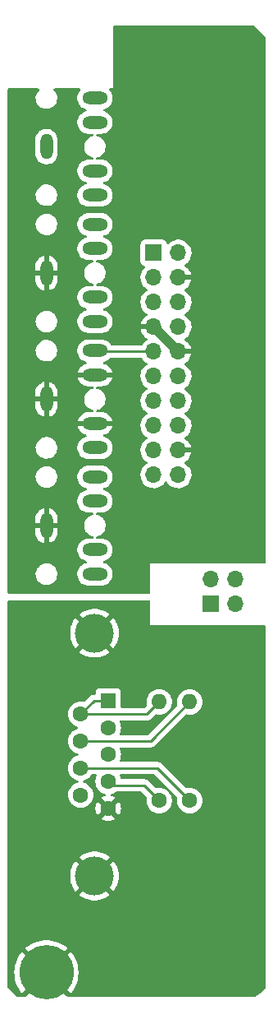
<source format=gtl>
%TF.GenerationSoftware,KiCad,Pcbnew,(6.0.0)*%
%TF.CreationDate,2022-03-13T21:14:02-04:00*%
%TF.ProjectId,PCI bracket board,50434920-6272-4616-936b-657420626f61,rev?*%
%TF.SameCoordinates,Original*%
%TF.FileFunction,Copper,L1,Top*%
%TF.FilePolarity,Positive*%
%FSLAX46Y46*%
G04 Gerber Fmt 4.6, Leading zero omitted, Abs format (unit mm)*
G04 Created by KiCad (PCBNEW (6.0.0)) date 2022-03-13 21:14:02*
%MOMM*%
%LPD*%
G01*
G04 APERTURE LIST*
%TA.AperFunction,ComponentPad*%
%ADD10O,1.308000X2.616000*%
%TD*%
%TA.AperFunction,ComponentPad*%
%ADD11O,2.616000X1.308000*%
%TD*%
%TA.AperFunction,ComponentPad*%
%ADD12R,1.700000X1.700000*%
%TD*%
%TA.AperFunction,ComponentPad*%
%ADD13O,1.700000X1.700000*%
%TD*%
%TA.AperFunction,ComponentPad*%
%ADD14C,4.000000*%
%TD*%
%TA.AperFunction,ComponentPad*%
%ADD15R,1.600000X1.600000*%
%TD*%
%TA.AperFunction,ComponentPad*%
%ADD16C,1.600000*%
%TD*%
%TA.AperFunction,ComponentPad*%
%ADD17O,1.600000X1.600000*%
%TD*%
%TA.AperFunction,ComponentPad*%
%ADD18C,5.600000*%
%TD*%
%TA.AperFunction,ViaPad*%
%ADD19C,0.800000*%
%TD*%
%TA.AperFunction,Conductor*%
%ADD20C,0.250000*%
%TD*%
%TA.AperFunction,Conductor*%
%ADD21C,1.000000*%
%TD*%
G04 APERTURE END LIST*
D10*
%TO.P,J4,1*%
%TO.N,GNDA*%
X4503800Y-26000000D03*
D11*
%TO.P,J4,2*%
%TO.N,/Line out left*%
X9503800Y-31000000D03*
%TO.P,J4,3*%
%TO.N,/Line out right*%
X9503800Y-21000000D03*
%TO.P,J4,10*%
%TO.N,/Line out left*%
X9503800Y-28500000D03*
%TO.P,J4,11*%
%TO.N,/Line out right*%
X9503800Y-23500000D03*
%TD*%
D12*
%TO.P,J1,1,Pin_1*%
%TO.N,GNDD*%
X21508800Y-60076000D03*
D13*
%TO.P,J1,2,Pin_2*%
%TO.N,unconnected-(J1-Pad2)*%
X21508800Y-57536000D03*
%TO.P,J1,3,Pin_3*%
%TO.N,GNDD*%
X24048800Y-60076000D03*
%TO.P,J1,4,Pin_4*%
%TO.N,GNDA*%
X24048800Y-57536000D03*
%TD*%
D14*
%TO.P,J7,0,PAD*%
%TO.N,GNDD*%
X9466331Y-88080400D03*
X9466331Y-63080400D03*
D15*
%TO.P,J7,1,1*%
%TO.N,Net-(J7-Pad1)*%
X10886331Y-70040400D03*
D16*
%TO.P,J7,2,2*%
%TO.N,/Rx*%
X10886331Y-72810400D03*
%TO.P,J7,3,3*%
%TO.N,/Tx*%
X10886331Y-75580400D03*
%TO.P,J7,4,4*%
%TO.N,Net-(J7-Pad4)*%
X10886331Y-78350400D03*
%TO.P,J7,5,5*%
%TO.N,GNDD*%
X10886331Y-81120400D03*
%TO.P,J7,6,6*%
%TO.N,Net-(J7-Pad1)*%
X8046331Y-71425400D03*
%TO.P,J7,7,7*%
%TO.N,Net-(J7-Pad7)*%
X8046331Y-74195400D03*
%TO.P,J7,8,8*%
%TO.N,Net-(J7-Pad8)*%
X8046331Y-76965400D03*
%TO.P,J7,9,9*%
%TO.N,unconnected-(J7-Pad9)*%
X8046331Y-79735400D03*
%TD*%
%TO.P,AR1,1*%
%TO.N,Net-(J7-Pad4)*%
X16154400Y-80314800D03*
D17*
%TO.P,AR1,2*%
%TO.N,Net-(J7-Pad1)*%
X16154400Y-70154800D03*
%TD*%
D12*
%TO.P,W8,1,Pin_1*%
%TO.N,/Mic pass through*%
X15584400Y-23931800D03*
D13*
%TO.P,W8,2,Pin_2*%
%TO.N,/Mic right*%
X18124400Y-23931800D03*
%TO.P,W8,3,Pin_3*%
%TO.N,/Mic left*%
X15584400Y-26471800D03*
%TO.P,W8,4,Pin_4*%
%TO.N,GNDA*%
X18124400Y-26471800D03*
%TO.P,W8,5,Pin_5*%
%TO.N,/Line out left*%
X15584400Y-29011800D03*
%TO.P,W8,6,Pin_6*%
%TO.N,/Line out right*%
X18124400Y-29011800D03*
%TO.P,W8,7,Pin_7*%
%TO.N,GNDA*%
X15584400Y-31551800D03*
%TO.P,W8,8,Pin_8*%
%TO.N,/Speaker in left*%
X18124400Y-31551800D03*
%TO.P,W8,9,Pin_9*%
%TO.N,/Speaker in right*%
X15584400Y-34091800D03*
%TO.P,W8,10,Pin_10*%
%TO.N,GNDA*%
X18124400Y-34091800D03*
%TO.P,W8,11,Pin_11*%
%TO.N,/Speaker out left*%
X15584400Y-36631800D03*
%TO.P,W8,12,Pin_12*%
%TO.N,/Speaker out right*%
X18124400Y-36631800D03*
%TO.P,W8,13,Pin_13*%
%TO.N,unconnected-(W8-Pad13)*%
X15584400Y-39171800D03*
%TO.P,W8,14,Pin_14*%
%TO.N,unconnected-(W8-Pad14)*%
X18124400Y-39171800D03*
%TO.P,W8,15,Pin_15*%
%TO.N,unconnected-(W8-Pad15)*%
X15584400Y-41711800D03*
%TO.P,W8,16,Pin_16*%
%TO.N,unconnected-(W8-Pad16)*%
X18124400Y-41711800D03*
%TO.P,W8,17,Pin_17*%
%TO.N,unconnected-(W8-Pad17)*%
X15584400Y-44251800D03*
%TO.P,W8,18,Pin_18*%
%TO.N,GNDA*%
X18124400Y-44251800D03*
%TO.P,W8,19,Pin_19*%
%TO.N,/Tx*%
X15584400Y-46791800D03*
%TO.P,W8,20,Pin_20*%
%TO.N,/Rx*%
X18124400Y-46791800D03*
%TD*%
D10*
%TO.P,J3,1*%
%TO.N,/Mic pass through*%
X4503800Y-13000000D03*
D11*
%TO.P,J3,2*%
%TO.N,/Mic left*%
X9503800Y-18000000D03*
%TO.P,J3,3*%
%TO.N,/Mic right*%
X9503800Y-8000000D03*
%TO.P,J3,10*%
%TO.N,/Mic pass through*%
X9503800Y-15500000D03*
%TO.P,J3,11*%
X9503800Y-10500000D03*
%TD*%
D10*
%TO.P,J6,1*%
%TO.N,GNDA*%
X4503800Y-52000000D03*
D11*
%TO.P,J6,2*%
%TO.N,/Speaker out left*%
X9503800Y-57000000D03*
%TO.P,J6,3*%
%TO.N,/Speaker out right*%
X9503800Y-47000000D03*
%TO.P,J6,10*%
%TO.N,/Speaker out left*%
X9503800Y-54500000D03*
%TO.P,J6,11*%
%TO.N,/Speaker out right*%
X9503800Y-49500000D03*
%TD*%
D16*
%TO.P,AR2,1*%
%TO.N,Net-(J7-Pad8)*%
X19304000Y-80314800D03*
D17*
%TO.P,AR2,2*%
%TO.N,Net-(J7-Pad7)*%
X19304000Y-70154800D03*
%TD*%
D18*
%TO.P,REF\u002A\u002A,1*%
%TO.N,GNDD*%
X4500000Y-98000000D03*
%TD*%
D10*
%TO.P,J5,1*%
%TO.N,GNDA*%
X4503800Y-39000000D03*
D11*
%TO.P,J5,2*%
%TO.N,/Speaker in left*%
X9503800Y-44000000D03*
%TO.P,J5,3*%
%TO.N,/Speaker in right*%
X9503800Y-34000000D03*
%TO.P,J5,10*%
%TO.N,GNDA*%
X9503800Y-41500000D03*
%TO.P,J5,11*%
X9503800Y-36500000D03*
%TD*%
D19*
%TO.N,GNDD*%
X16510000Y-97790000D03*
X1905000Y-86995000D03*
X25400000Y-76200000D03*
X4445000Y-68580000D03*
X1905000Y-92710000D03*
X20320000Y-95250000D03*
X1905000Y-76835000D03*
X1905000Y-60960000D03*
X16510000Y-95250000D03*
X16510000Y-92710000D03*
X1905000Y-81915000D03*
X16510000Y-89535000D03*
X25400000Y-97790000D03*
X1905000Y-66675000D03*
X25400000Y-90805000D03*
X25400000Y-83820000D03*
X25400000Y-70485000D03*
X1905000Y-71755000D03*
X20320000Y-97790000D03*
X20320000Y-92710000D03*
%TO.N,GNDA*%
X25400000Y-7620000D03*
X13335000Y-2540000D03*
X18415000Y-2540000D03*
X25400000Y-20955000D03*
X15240000Y-8890000D03*
X19050000Y-53975000D03*
X25400000Y-15240000D03*
X25400000Y-50800000D03*
X22225000Y-8890000D03*
X22225000Y-3175000D03*
X25400000Y-41275000D03*
X25400000Y-26670000D03*
X25400000Y-45720000D03*
X25400000Y-53975000D03*
X20955000Y-26670000D03*
X25400000Y-34290000D03*
%TD*%
D20*
%TO.N,Net-(J7-Pad4)*%
X11275931Y-78740000D02*
X10886331Y-78350400D01*
X16154400Y-80314800D02*
X14579600Y-78740000D01*
X14579600Y-78740000D02*
X11275931Y-78740000D01*
%TO.N,Net-(J7-Pad1)*%
X14883800Y-71425400D02*
X8046331Y-71425400D01*
X10886331Y-70040400D02*
X9431331Y-70040400D01*
X16154400Y-70154800D02*
X14883800Y-71425400D01*
X9431331Y-70040400D02*
X8046331Y-71425400D01*
%TO.N,Net-(J7-Pad8)*%
X15954600Y-76965400D02*
X8046331Y-76965400D01*
X19304000Y-80314800D02*
X15954600Y-76965400D01*
%TO.N,Net-(J7-Pad7)*%
X15263400Y-74195400D02*
X8046331Y-74195400D01*
X19304000Y-70154800D02*
X15263400Y-74195400D01*
D21*
%TO.N,GNDA*%
X15584400Y-31551800D02*
X18124400Y-34091800D01*
D20*
%TO.N,/Speaker in right*%
X9595600Y-34091800D02*
X9503800Y-34000000D01*
X15584400Y-34091800D02*
X9595600Y-34091800D01*
%TD*%
%TA.AperFunction,Conductor*%
%TO.N,GNDA*%
G36*
X25923931Y-528002D02*
G01*
X25944905Y-544905D01*
X27106995Y-1706995D01*
X27141021Y-1769307D01*
X27143900Y-1796090D01*
X27143900Y-55754000D01*
X27123898Y-55822121D01*
X27070242Y-55868614D01*
X27017900Y-55880000D01*
X15240000Y-55880000D01*
X15240000Y-58929000D01*
X15219998Y-58997121D01*
X15166342Y-59043614D01*
X15114000Y-59055000D01*
X634000Y-59055000D01*
X565879Y-59034998D01*
X519386Y-58981342D01*
X508000Y-58929000D01*
X508000Y-56945604D01*
X3391587Y-56945604D01*
X3401367Y-57156899D01*
X3402771Y-57162724D01*
X3402771Y-57162725D01*
X3443466Y-57331582D01*
X3450925Y-57362534D01*
X3453407Y-57367992D01*
X3453408Y-57367996D01*
X3496853Y-57463546D01*
X3538474Y-57555087D01*
X3660854Y-57727611D01*
X3813650Y-57873881D01*
X3991348Y-57988620D01*
X4051446Y-58012840D01*
X4181968Y-58065442D01*
X4181971Y-58065443D01*
X4187537Y-58067686D01*
X4395137Y-58108228D01*
X4400699Y-58108500D01*
X4556646Y-58108500D01*
X4714366Y-58093452D01*
X4917334Y-58033908D01*
X4922662Y-58031164D01*
X5100049Y-57939804D01*
X5100052Y-57939802D01*
X5105380Y-57937058D01*
X5271720Y-57806396D01*
X5275652Y-57801865D01*
X5275655Y-57801862D01*
X5406421Y-57651167D01*
X5410352Y-57646637D01*
X5413352Y-57641451D01*
X5413355Y-57641447D01*
X5513267Y-57468742D01*
X5516273Y-57463546D01*
X5585661Y-57263729D01*
X5610619Y-57091599D01*
X7685919Y-57091599D01*
X7686898Y-57097296D01*
X7686898Y-57097297D01*
X7718390Y-57280570D01*
X7722101Y-57302166D01*
X7796050Y-57502613D01*
X7799002Y-57507574D01*
X7799002Y-57507575D01*
X7827269Y-57555087D01*
X7905289Y-57686228D01*
X7909095Y-57690568D01*
X7909098Y-57690572D01*
X8010674Y-57806396D01*
X8046160Y-57846860D01*
X8213945Y-57979131D01*
X8219056Y-57981820D01*
X8219059Y-57981822D01*
X8238376Y-57991985D01*
X8403025Y-58078611D01*
X8408546Y-58080325D01*
X8408550Y-58080327D01*
X8601552Y-58140256D01*
X8601557Y-58140257D01*
X8607067Y-58141968D01*
X8637518Y-58145572D01*
X8776855Y-58162064D01*
X8776861Y-58162064D01*
X8780542Y-58162500D01*
X10211996Y-58162500D01*
X10321940Y-58152397D01*
X10364801Y-58148459D01*
X10364803Y-58148459D01*
X10370556Y-58147930D01*
X10514417Y-58107357D01*
X10570628Y-58091504D01*
X10570630Y-58091503D01*
X10576187Y-58089936D01*
X10581363Y-58087384D01*
X10581367Y-58087382D01*
X10762626Y-57997995D01*
X10767807Y-57995440D01*
X10773937Y-57990863D01*
X10934373Y-57871060D01*
X10934374Y-57871059D01*
X10938997Y-57867607D01*
X10954870Y-57850436D01*
X11080105Y-57714957D01*
X11080107Y-57714954D01*
X11084024Y-57710717D01*
X11198032Y-57530025D01*
X11277203Y-57331582D01*
X11278328Y-57325925D01*
X11278330Y-57325919D01*
X11317757Y-57127703D01*
X11317757Y-57127699D01*
X11318884Y-57122035D01*
X11319283Y-57091599D01*
X11321194Y-56945604D01*
X11321681Y-56908401D01*
X11310461Y-56843101D01*
X11286478Y-56703531D01*
X11286478Y-56703530D01*
X11285499Y-56697834D01*
X11211550Y-56497387D01*
X11183577Y-56450368D01*
X11105267Y-56318740D01*
X11105265Y-56318737D01*
X11102311Y-56313772D01*
X11098505Y-56309432D01*
X11098502Y-56309428D01*
X10965247Y-56157481D01*
X10961440Y-56153140D01*
X10793655Y-56020869D01*
X10788544Y-56018180D01*
X10788541Y-56018178D01*
X10623154Y-55931164D01*
X10604575Y-55921389D01*
X10437915Y-55869640D01*
X10378794Y-55830339D01*
X10350303Y-55765309D01*
X10361493Y-55695200D01*
X10408810Y-55642270D01*
X10441081Y-55628040D01*
X10570628Y-55591504D01*
X10570630Y-55591503D01*
X10576187Y-55589936D01*
X10581363Y-55587384D01*
X10581367Y-55587382D01*
X10762626Y-55497995D01*
X10767807Y-55495440D01*
X10938997Y-55367607D01*
X10954870Y-55350436D01*
X11080105Y-55214957D01*
X11080107Y-55214954D01*
X11084024Y-55210717D01*
X11198032Y-55030025D01*
X11277203Y-54831582D01*
X11278328Y-54825925D01*
X11278330Y-54825919D01*
X11317757Y-54627703D01*
X11317757Y-54627699D01*
X11318884Y-54622035D01*
X11319283Y-54591599D01*
X11321605Y-54414183D01*
X11321681Y-54408401D01*
X11285499Y-54197834D01*
X11211550Y-53997387D01*
X11102311Y-53813772D01*
X11098505Y-53809432D01*
X11098502Y-53809428D01*
X10965247Y-53657481D01*
X10961440Y-53653140D01*
X10793655Y-53520869D01*
X10788544Y-53518180D01*
X10788541Y-53518178D01*
X10621369Y-53430225D01*
X10604575Y-53421389D01*
X10599054Y-53419675D01*
X10599050Y-53419673D01*
X10406048Y-53359744D01*
X10406043Y-53359743D01*
X10400533Y-53358032D01*
X10350160Y-53352070D01*
X10230745Y-53337936D01*
X10230739Y-53337936D01*
X10227058Y-53337500D01*
X9759574Y-53337500D01*
X9691453Y-53317498D01*
X9644960Y-53263842D01*
X9634856Y-53193568D01*
X9664350Y-53128988D01*
X9724105Y-53090595D01*
X9809844Y-53065442D01*
X9917334Y-53033908D01*
X10000911Y-52990863D01*
X10100049Y-52939804D01*
X10100052Y-52939802D01*
X10105380Y-52937058D01*
X10271720Y-52806396D01*
X10275652Y-52801865D01*
X10275655Y-52801862D01*
X10406421Y-52651167D01*
X10410352Y-52646637D01*
X10413352Y-52641451D01*
X10413355Y-52641447D01*
X10513267Y-52468742D01*
X10516273Y-52463546D01*
X10585661Y-52263729D01*
X10586655Y-52256876D01*
X10615152Y-52060336D01*
X10615152Y-52060333D01*
X10616013Y-52054396D01*
X10606233Y-51843101D01*
X10556675Y-51637466D01*
X10513325Y-51542122D01*
X10471606Y-51450368D01*
X10469126Y-51444913D01*
X10362588Y-51294722D01*
X10350212Y-51277275D01*
X10350211Y-51277274D01*
X10346746Y-51272389D01*
X10193950Y-51126119D01*
X10016252Y-51011380D01*
X9956154Y-50987160D01*
X9825632Y-50934558D01*
X9825629Y-50934557D01*
X9820063Y-50932314D01*
X9716883Y-50912164D01*
X9653859Y-50879476D01*
X9618512Y-50817904D01*
X9622065Y-50746996D01*
X9663389Y-50689266D01*
X9729365Y-50663041D01*
X9741033Y-50662500D01*
X10211996Y-50662500D01*
X10321940Y-50652397D01*
X10364801Y-50648459D01*
X10364803Y-50648459D01*
X10370556Y-50647930D01*
X10500571Y-50611262D01*
X10570628Y-50591504D01*
X10570630Y-50591503D01*
X10576187Y-50589936D01*
X10581363Y-50587384D01*
X10581367Y-50587382D01*
X10762626Y-50497995D01*
X10767807Y-50495440D01*
X10897036Y-50398941D01*
X10934373Y-50371060D01*
X10934374Y-50371059D01*
X10938997Y-50367607D01*
X10954870Y-50350436D01*
X11080105Y-50214957D01*
X11080107Y-50214954D01*
X11084024Y-50210717D01*
X11198032Y-50030025D01*
X11277203Y-49831582D01*
X11278328Y-49825925D01*
X11278330Y-49825919D01*
X11317757Y-49627703D01*
X11317757Y-49627699D01*
X11318884Y-49622035D01*
X11319283Y-49591599D01*
X11321605Y-49414183D01*
X11321681Y-49408401D01*
X11285499Y-49197834D01*
X11211550Y-48997387D01*
X11102311Y-48813772D01*
X11098505Y-48809432D01*
X11098502Y-48809428D01*
X10965247Y-48657481D01*
X10961440Y-48653140D01*
X10793655Y-48520869D01*
X10788544Y-48518180D01*
X10788541Y-48518178D01*
X10685243Y-48463830D01*
X10604575Y-48421389D01*
X10437915Y-48369640D01*
X10378794Y-48330339D01*
X10350303Y-48265309D01*
X10361493Y-48195200D01*
X10408810Y-48142270D01*
X10441081Y-48128040D01*
X10570628Y-48091504D01*
X10570630Y-48091503D01*
X10576187Y-48089936D01*
X10581363Y-48087384D01*
X10581367Y-48087382D01*
X10762626Y-47997995D01*
X10767807Y-47995440D01*
X10773937Y-47990863D01*
X10934373Y-47871060D01*
X10934374Y-47871059D01*
X10938997Y-47867607D01*
X10954870Y-47850436D01*
X11080105Y-47714957D01*
X11080107Y-47714954D01*
X11084024Y-47710717D01*
X11198032Y-47530025D01*
X11277203Y-47331582D01*
X11278328Y-47325925D01*
X11278330Y-47325919D01*
X11317757Y-47127703D01*
X11317757Y-47127699D01*
X11318884Y-47122035D01*
X11319283Y-47091599D01*
X11321194Y-46945604D01*
X11321681Y-46908401D01*
X11310461Y-46843101D01*
X11286478Y-46703531D01*
X11286478Y-46703530D01*
X11285499Y-46697834D01*
X11211550Y-46497387D01*
X11183577Y-46450368D01*
X11105267Y-46318740D01*
X11105265Y-46318737D01*
X11102311Y-46313772D01*
X11098505Y-46309432D01*
X11098502Y-46309428D01*
X10965247Y-46157481D01*
X10961440Y-46153140D01*
X10793655Y-46020869D01*
X10788544Y-46018180D01*
X10788541Y-46018178D01*
X10629605Y-45934558D01*
X10604575Y-45921389D01*
X10599054Y-45919675D01*
X10599050Y-45919673D01*
X10406048Y-45859744D01*
X10406043Y-45859743D01*
X10400533Y-45858032D01*
X10350160Y-45852070D01*
X10230745Y-45837936D01*
X10230739Y-45837936D01*
X10227058Y-45837500D01*
X8795604Y-45837500D01*
X8685660Y-45847603D01*
X8642799Y-45851541D01*
X8642797Y-45851541D01*
X8637044Y-45852070D01*
X8507029Y-45888738D01*
X8436972Y-45908496D01*
X8436970Y-45908497D01*
X8431413Y-45910064D01*
X8426237Y-45912616D01*
X8426233Y-45912618D01*
X8244974Y-46002005D01*
X8239793Y-46004560D01*
X8235167Y-46008014D01*
X8235166Y-46008015D01*
X8080947Y-46123175D01*
X8068603Y-46132393D01*
X8064689Y-46136627D01*
X8064687Y-46136629D01*
X7939193Y-46272389D01*
X7923576Y-46289283D01*
X7809568Y-46469975D01*
X7730397Y-46668418D01*
X7729272Y-46674075D01*
X7729270Y-46674081D01*
X7689843Y-46872297D01*
X7688716Y-46877965D01*
X7688640Y-46883740D01*
X7688640Y-46883744D01*
X7688242Y-46914183D01*
X7685919Y-47091599D01*
X7686898Y-47097296D01*
X7686898Y-47097297D01*
X7718203Y-47279480D01*
X7722101Y-47302166D01*
X7796050Y-47502613D01*
X7799002Y-47507574D01*
X7799002Y-47507575D01*
X7852138Y-47596888D01*
X7905289Y-47686228D01*
X7909095Y-47690568D01*
X7909098Y-47690572D01*
X8010674Y-47806396D01*
X8046160Y-47846860D01*
X8213945Y-47979131D01*
X8219056Y-47981820D01*
X8219059Y-47981822D01*
X8238376Y-47991985D01*
X8403025Y-48078611D01*
X8569685Y-48130360D01*
X8628806Y-48169661D01*
X8657297Y-48234691D01*
X8646107Y-48304800D01*
X8598790Y-48357730D01*
X8566519Y-48371960D01*
X8436972Y-48408496D01*
X8436970Y-48408497D01*
X8431413Y-48410064D01*
X8426237Y-48412616D01*
X8426233Y-48412618D01*
X8244974Y-48502005D01*
X8239793Y-48504560D01*
X8068603Y-48632393D01*
X8064689Y-48636627D01*
X8064687Y-48636629D01*
X8049425Y-48653140D01*
X7923576Y-48789283D01*
X7809568Y-48969975D01*
X7730397Y-49168418D01*
X7729272Y-49174075D01*
X7729270Y-49174081D01*
X7689843Y-49372297D01*
X7688716Y-49377965D01*
X7688640Y-49383740D01*
X7688640Y-49383744D01*
X7688242Y-49414183D01*
X7685919Y-49591599D01*
X7722101Y-49802166D01*
X7796050Y-50002613D01*
X7905289Y-50186228D01*
X7909095Y-50190568D01*
X7909098Y-50190572D01*
X7996913Y-50290705D01*
X8046160Y-50346860D01*
X8213945Y-50479131D01*
X8219056Y-50481820D01*
X8219059Y-50481822D01*
X8238376Y-50491985D01*
X8403025Y-50578611D01*
X8408546Y-50580325D01*
X8408550Y-50580327D01*
X8601552Y-50640256D01*
X8601557Y-50640257D01*
X8607067Y-50641968D01*
X8637518Y-50645572D01*
X8776855Y-50662064D01*
X8776861Y-50662064D01*
X8780542Y-50662500D01*
X9248026Y-50662500D01*
X9316147Y-50682502D01*
X9362640Y-50736158D01*
X9372744Y-50806432D01*
X9343250Y-50871012D01*
X9283495Y-50909405D01*
X9238483Y-50922610D01*
X9090266Y-50966092D01*
X9084939Y-50968836D01*
X9084938Y-50968836D01*
X8907551Y-51060196D01*
X8907548Y-51060198D01*
X8902220Y-51062942D01*
X8735880Y-51193604D01*
X8731948Y-51198135D01*
X8731945Y-51198138D01*
X8648134Y-51294722D01*
X8597248Y-51353363D01*
X8594248Y-51358549D01*
X8594245Y-51358553D01*
X8547112Y-51440026D01*
X8491327Y-51536454D01*
X8421939Y-51736271D01*
X8421078Y-51742206D01*
X8421078Y-51742208D01*
X8420771Y-51744329D01*
X8391587Y-51945604D01*
X8401367Y-52156899D01*
X8450925Y-52362534D01*
X8453407Y-52367992D01*
X8453408Y-52367996D01*
X8496853Y-52463546D01*
X8538474Y-52555087D01*
X8632131Y-52687120D01*
X8649119Y-52711067D01*
X8660854Y-52727611D01*
X8813650Y-52873881D01*
X8991348Y-52988620D01*
X8996914Y-52990863D01*
X9181968Y-53065442D01*
X9181971Y-53065443D01*
X9187537Y-53067686D01*
X9267476Y-53083297D01*
X9290717Y-53087836D01*
X9353741Y-53120524D01*
X9389088Y-53182096D01*
X9385535Y-53253004D01*
X9344211Y-53310734D01*
X9278235Y-53336959D01*
X9266567Y-53337500D01*
X8795604Y-53337500D01*
X8685660Y-53347603D01*
X8642799Y-53351541D01*
X8642797Y-53351541D01*
X8637044Y-53352070D01*
X8507029Y-53388738D01*
X8436972Y-53408496D01*
X8436970Y-53408497D01*
X8431413Y-53410064D01*
X8426237Y-53412616D01*
X8426233Y-53412618D01*
X8244974Y-53502005D01*
X8239793Y-53504560D01*
X8235167Y-53508014D01*
X8235166Y-53508015D01*
X8073227Y-53628940D01*
X8068603Y-53632393D01*
X8064689Y-53636627D01*
X8064687Y-53636629D01*
X7932885Y-53779213D01*
X7923576Y-53789283D01*
X7809568Y-53969975D01*
X7730397Y-54168418D01*
X7729272Y-54174075D01*
X7729270Y-54174081D01*
X7689843Y-54372297D01*
X7688716Y-54377965D01*
X7688640Y-54383740D01*
X7688640Y-54383744D01*
X7688242Y-54414183D01*
X7685919Y-54591599D01*
X7722101Y-54802166D01*
X7796050Y-55002613D01*
X7905289Y-55186228D01*
X7909095Y-55190568D01*
X7909098Y-55190572D01*
X8042353Y-55342519D01*
X8046160Y-55346860D01*
X8213945Y-55479131D01*
X8219056Y-55481820D01*
X8219059Y-55481822D01*
X8238376Y-55491985D01*
X8403025Y-55578611D01*
X8569685Y-55630360D01*
X8628806Y-55669661D01*
X8657297Y-55734691D01*
X8646107Y-55804800D01*
X8598790Y-55857730D01*
X8566519Y-55871960D01*
X8436972Y-55908496D01*
X8436970Y-55908497D01*
X8431413Y-55910064D01*
X8426237Y-55912616D01*
X8426233Y-55912618D01*
X8244974Y-56002005D01*
X8239793Y-56004560D01*
X8235167Y-56008014D01*
X8235166Y-56008015D01*
X8077005Y-56126119D01*
X8068603Y-56132393D01*
X8064689Y-56136627D01*
X8064687Y-56136629D01*
X7939193Y-56272389D01*
X7923576Y-56289283D01*
X7809568Y-56469975D01*
X7730397Y-56668418D01*
X7729272Y-56674075D01*
X7729270Y-56674081D01*
X7694459Y-56849091D01*
X7688716Y-56877965D01*
X7688640Y-56883740D01*
X7688640Y-56883744D01*
X7688242Y-56914183D01*
X7685919Y-57091599D01*
X5610619Y-57091599D01*
X5611457Y-57085817D01*
X5615152Y-57060336D01*
X5615152Y-57060333D01*
X5616013Y-57054396D01*
X5606233Y-56843101D01*
X5565499Y-56674081D01*
X5558081Y-56643299D01*
X5558080Y-56643297D01*
X5556675Y-56637466D01*
X5513325Y-56542122D01*
X5492985Y-56497387D01*
X5469126Y-56444913D01*
X5346746Y-56272389D01*
X5193950Y-56126119D01*
X5016252Y-56011380D01*
X4956154Y-55987160D01*
X4825632Y-55934558D01*
X4825629Y-55934557D01*
X4820063Y-55932314D01*
X4612463Y-55891772D01*
X4606901Y-55891500D01*
X4450954Y-55891500D01*
X4293234Y-55906548D01*
X4090266Y-55966092D01*
X4084939Y-55968836D01*
X4084938Y-55968836D01*
X3907551Y-56060196D01*
X3907548Y-56060198D01*
X3902220Y-56062942D01*
X3735880Y-56193604D01*
X3731948Y-56198135D01*
X3731945Y-56198138D01*
X3648615Y-56294168D01*
X3597248Y-56353363D01*
X3594248Y-56358549D01*
X3594245Y-56358553D01*
X3547112Y-56440026D01*
X3491327Y-56536454D01*
X3421939Y-56736271D01*
X3391587Y-56945604D01*
X508000Y-56945604D01*
X508000Y-52705278D01*
X3341800Y-52705278D01*
X3342066Y-52711067D01*
X3355834Y-52860908D01*
X3357932Y-52872229D01*
X3412762Y-53066643D01*
X3416887Y-53077390D01*
X3506234Y-53258565D01*
X3512246Y-53268374D01*
X3633104Y-53430225D01*
X3640811Y-53438785D01*
X3789149Y-53575907D01*
X3798274Y-53582908D01*
X3969120Y-53690704D01*
X3979364Y-53695924D01*
X4166997Y-53770782D01*
X4178026Y-53774049D01*
X4232032Y-53784791D01*
X4244906Y-53783639D01*
X4248874Y-53771353D01*
X4757800Y-53771353D01*
X4761606Y-53784315D01*
X4776522Y-53786251D01*
X4800139Y-53782193D01*
X4811259Y-53779213D01*
X5000781Y-53709295D01*
X5011159Y-53704345D01*
X5184767Y-53601059D01*
X5194076Y-53594295D01*
X5345957Y-53461100D01*
X5353867Y-53452765D01*
X5478932Y-53294121D01*
X5485203Y-53284464D01*
X5579254Y-53105702D01*
X5583662Y-53095059D01*
X5643565Y-52902143D01*
X5645955Y-52890899D01*
X5665364Y-52726915D01*
X5665800Y-52719512D01*
X5665800Y-52272115D01*
X5661325Y-52256876D01*
X5659935Y-52255671D01*
X5652252Y-52254000D01*
X4775915Y-52254000D01*
X4760676Y-52258475D01*
X4759471Y-52259865D01*
X4757800Y-52267548D01*
X4757800Y-53771353D01*
X4248874Y-53771353D01*
X4249800Y-53768484D01*
X4249800Y-52272115D01*
X4245325Y-52256876D01*
X4243935Y-52255671D01*
X4236252Y-52254000D01*
X3359915Y-52254000D01*
X3344676Y-52258475D01*
X3343471Y-52259865D01*
X3341800Y-52267548D01*
X3341800Y-52705278D01*
X508000Y-52705278D01*
X508000Y-51727885D01*
X3341800Y-51727885D01*
X3346275Y-51743124D01*
X3347665Y-51744329D01*
X3355348Y-51746000D01*
X4231685Y-51746000D01*
X4246924Y-51741525D01*
X4248129Y-51740135D01*
X4249800Y-51732452D01*
X4249800Y-51727885D01*
X4757800Y-51727885D01*
X4762275Y-51743124D01*
X4763665Y-51744329D01*
X4771348Y-51746000D01*
X5647685Y-51746000D01*
X5662924Y-51741525D01*
X5664129Y-51740135D01*
X5665800Y-51732452D01*
X5665800Y-51294722D01*
X5665534Y-51288933D01*
X5651766Y-51139092D01*
X5649668Y-51127771D01*
X5594838Y-50933357D01*
X5590713Y-50922610D01*
X5501366Y-50741435D01*
X5495354Y-50731626D01*
X5374496Y-50569775D01*
X5366789Y-50561215D01*
X5218451Y-50424093D01*
X5209326Y-50417092D01*
X5038480Y-50309296D01*
X5028236Y-50304076D01*
X4840603Y-50229218D01*
X4829574Y-50225951D01*
X4775568Y-50215209D01*
X4762694Y-50216361D01*
X4757800Y-50231516D01*
X4757800Y-51727885D01*
X4249800Y-51727885D01*
X4249800Y-50228647D01*
X4245994Y-50215685D01*
X4231078Y-50213749D01*
X4207461Y-50217807D01*
X4196341Y-50220787D01*
X4006819Y-50290705D01*
X3996441Y-50295655D01*
X3822833Y-50398941D01*
X3813524Y-50405705D01*
X3661643Y-50538900D01*
X3653733Y-50547235D01*
X3528668Y-50705879D01*
X3522397Y-50715536D01*
X3428346Y-50894298D01*
X3423938Y-50904941D01*
X3364035Y-51097857D01*
X3361645Y-51109101D01*
X3342236Y-51273085D01*
X3341800Y-51280488D01*
X3341800Y-51727885D01*
X508000Y-51727885D01*
X508000Y-46945604D01*
X3391587Y-46945604D01*
X3401367Y-47156899D01*
X3402771Y-47162724D01*
X3402771Y-47162725D01*
X3443466Y-47331582D01*
X3450925Y-47362534D01*
X3453407Y-47367992D01*
X3453408Y-47367996D01*
X3496853Y-47463546D01*
X3538474Y-47555087D01*
X3660854Y-47727611D01*
X3813650Y-47873881D01*
X3991348Y-47988620D01*
X4051446Y-48012840D01*
X4181968Y-48065442D01*
X4181971Y-48065443D01*
X4187537Y-48067686D01*
X4395137Y-48108228D01*
X4400699Y-48108500D01*
X4556646Y-48108500D01*
X4714366Y-48093452D01*
X4917334Y-48033908D01*
X4942129Y-48021138D01*
X5100049Y-47939804D01*
X5100052Y-47939802D01*
X5105380Y-47937058D01*
X5271720Y-47806396D01*
X5275652Y-47801865D01*
X5275655Y-47801862D01*
X5406421Y-47651167D01*
X5410352Y-47646637D01*
X5413352Y-47641451D01*
X5413355Y-47641447D01*
X5513267Y-47468742D01*
X5516273Y-47463546D01*
X5585661Y-47263729D01*
X5611457Y-47085817D01*
X5615152Y-47060336D01*
X5615152Y-47060333D01*
X5616013Y-47054396D01*
X5606233Y-46843101D01*
X5565499Y-46674081D01*
X5558081Y-46643299D01*
X5558080Y-46643297D01*
X5556675Y-46637466D01*
X5525619Y-46569161D01*
X5492985Y-46497387D01*
X5469126Y-46444913D01*
X5346746Y-46272389D01*
X5193950Y-46126119D01*
X5016252Y-46011380D01*
X4956154Y-45987160D01*
X4825632Y-45934558D01*
X4825629Y-45934557D01*
X4820063Y-45932314D01*
X4612463Y-45891772D01*
X4606901Y-45891500D01*
X4450954Y-45891500D01*
X4293234Y-45906548D01*
X4090266Y-45966092D01*
X4084939Y-45968836D01*
X4084938Y-45968836D01*
X3907551Y-46060196D01*
X3907548Y-46060198D01*
X3902220Y-46062942D01*
X3735880Y-46193604D01*
X3731948Y-46198135D01*
X3731945Y-46198138D01*
X3663274Y-46277275D01*
X3597248Y-46353363D01*
X3594248Y-46358549D01*
X3594245Y-46358553D01*
X3547112Y-46440026D01*
X3491327Y-46536454D01*
X3421939Y-46736271D01*
X3421078Y-46742206D01*
X3421078Y-46742208D01*
X3413888Y-46791800D01*
X3391587Y-46945604D01*
X508000Y-46945604D01*
X508000Y-43945604D01*
X3391587Y-43945604D01*
X3401367Y-44156899D01*
X3402771Y-44162724D01*
X3402771Y-44162725D01*
X3443466Y-44331582D01*
X3450925Y-44362534D01*
X3453407Y-44367992D01*
X3453408Y-44367996D01*
X3496853Y-44463546D01*
X3538474Y-44555087D01*
X3660854Y-44727611D01*
X3813650Y-44873881D01*
X3991348Y-44988620D01*
X4051446Y-45012840D01*
X4181968Y-45065442D01*
X4181971Y-45065443D01*
X4187537Y-45067686D01*
X4395137Y-45108228D01*
X4400699Y-45108500D01*
X4556646Y-45108500D01*
X4714366Y-45093452D01*
X4917334Y-45033908D01*
X4922662Y-45031164D01*
X5100049Y-44939804D01*
X5100052Y-44939802D01*
X5105380Y-44937058D01*
X5271720Y-44806396D01*
X5275652Y-44801865D01*
X5275655Y-44801862D01*
X5406421Y-44651167D01*
X5410352Y-44646637D01*
X5413352Y-44641451D01*
X5413355Y-44641447D01*
X5513267Y-44468742D01*
X5516273Y-44463546D01*
X5585661Y-44263729D01*
X5610619Y-44091599D01*
X7685919Y-44091599D01*
X7686898Y-44097296D01*
X7686898Y-44097297D01*
X7721122Y-44296469D01*
X7722101Y-44302166D01*
X7796050Y-44502613D01*
X7799002Y-44507574D01*
X7799002Y-44507575D01*
X7892199Y-44664225D01*
X7905289Y-44686228D01*
X7909095Y-44690568D01*
X7909098Y-44690572D01*
X8010674Y-44806396D01*
X8046160Y-44846860D01*
X8213945Y-44979131D01*
X8219056Y-44981820D01*
X8219059Y-44981822D01*
X8238376Y-44991985D01*
X8403025Y-45078611D01*
X8408546Y-45080325D01*
X8408550Y-45080327D01*
X8601552Y-45140256D01*
X8601557Y-45140257D01*
X8607067Y-45141968D01*
X8637518Y-45145572D01*
X8776855Y-45162064D01*
X8776861Y-45162064D01*
X8780542Y-45162500D01*
X10211996Y-45162500D01*
X10321940Y-45152397D01*
X10364801Y-45148459D01*
X10364803Y-45148459D01*
X10370556Y-45147930D01*
X10514417Y-45107357D01*
X10570628Y-45091504D01*
X10570630Y-45091503D01*
X10576187Y-45089936D01*
X10581363Y-45087384D01*
X10581367Y-45087382D01*
X10762626Y-44997995D01*
X10767807Y-44995440D01*
X10773937Y-44990863D01*
X10934373Y-44871060D01*
X10934374Y-44871059D01*
X10938997Y-44867607D01*
X10954870Y-44850436D01*
X11080105Y-44714957D01*
X11080107Y-44714954D01*
X11084024Y-44710717D01*
X11198032Y-44530025D01*
X11277203Y-44331582D01*
X11278328Y-44325925D01*
X11278330Y-44325919D01*
X11317757Y-44127703D01*
X11317757Y-44127699D01*
X11318884Y-44122035D01*
X11319283Y-44091599D01*
X11321194Y-43945604D01*
X11321681Y-43908401D01*
X11310461Y-43843101D01*
X11286478Y-43703531D01*
X11286478Y-43703530D01*
X11285499Y-43697834D01*
X11211550Y-43497387D01*
X11183577Y-43450368D01*
X11105267Y-43318740D01*
X11105265Y-43318737D01*
X11102311Y-43313772D01*
X11098505Y-43309432D01*
X11098502Y-43309428D01*
X10965247Y-43157481D01*
X10961440Y-43153140D01*
X10793655Y-43020869D01*
X10788544Y-43018180D01*
X10788541Y-43018178D01*
X10685243Y-42963830D01*
X10604575Y-42921389D01*
X10599054Y-42919675D01*
X10599050Y-42919673D01*
X10437044Y-42869369D01*
X10377918Y-42830066D01*
X10349428Y-42765037D01*
X10360618Y-42694928D01*
X10407935Y-42641998D01*
X10440206Y-42627768D01*
X10570446Y-42591036D01*
X10581190Y-42586913D01*
X10762365Y-42497566D01*
X10772174Y-42491554D01*
X10934025Y-42370696D01*
X10942585Y-42362989D01*
X11079707Y-42214651D01*
X11086708Y-42205526D01*
X11194504Y-42034680D01*
X11199724Y-42024436D01*
X11274582Y-41836803D01*
X11277849Y-41825774D01*
X11288591Y-41771768D01*
X11287439Y-41758894D01*
X11272284Y-41754000D01*
X7732447Y-41754000D01*
X7719485Y-41757806D01*
X7717549Y-41772722D01*
X7721607Y-41796339D01*
X7724587Y-41807459D01*
X7794505Y-41996981D01*
X7799455Y-42007359D01*
X7902741Y-42180967D01*
X7909505Y-42190276D01*
X8042700Y-42342157D01*
X8051035Y-42350067D01*
X8209679Y-42475132D01*
X8219336Y-42481403D01*
X8398098Y-42575454D01*
X8408741Y-42579862D01*
X8570564Y-42630110D01*
X8629690Y-42669413D01*
X8658180Y-42734442D01*
X8646990Y-42804551D01*
X8599673Y-42857481D01*
X8567402Y-42871711D01*
X8436972Y-42908496D01*
X8436970Y-42908497D01*
X8431413Y-42910064D01*
X8426237Y-42912616D01*
X8426233Y-42912618D01*
X8244974Y-43002005D01*
X8239793Y-43004560D01*
X8235167Y-43008014D01*
X8235166Y-43008015D01*
X8077005Y-43126119D01*
X8068603Y-43132393D01*
X8064689Y-43136627D01*
X8064687Y-43136629D01*
X7939193Y-43272389D01*
X7923576Y-43289283D01*
X7809568Y-43469975D01*
X7730397Y-43668418D01*
X7729272Y-43674075D01*
X7729270Y-43674081D01*
X7694459Y-43849091D01*
X7688716Y-43877965D01*
X7688640Y-43883740D01*
X7688640Y-43883744D01*
X7688242Y-43914183D01*
X7685919Y-44091599D01*
X5610619Y-44091599D01*
X5616013Y-44054396D01*
X5606233Y-43843101D01*
X5565499Y-43674081D01*
X5558081Y-43643299D01*
X5558080Y-43643297D01*
X5556675Y-43637466D01*
X5545376Y-43612614D01*
X5492985Y-43497387D01*
X5469126Y-43444913D01*
X5346746Y-43272389D01*
X5193950Y-43126119D01*
X5016252Y-43011380D01*
X4940730Y-42980944D01*
X4825632Y-42934558D01*
X4825629Y-42934557D01*
X4820063Y-42932314D01*
X4612463Y-42891772D01*
X4606901Y-42891500D01*
X4450954Y-42891500D01*
X4293234Y-42906548D01*
X4090266Y-42966092D01*
X4084939Y-42968836D01*
X4084938Y-42968836D01*
X3907551Y-43060196D01*
X3907548Y-43060198D01*
X3902220Y-43062942D01*
X3735880Y-43193604D01*
X3731948Y-43198135D01*
X3731945Y-43198138D01*
X3663274Y-43277275D01*
X3597248Y-43353363D01*
X3594248Y-43358549D01*
X3594245Y-43358553D01*
X3560863Y-43416257D01*
X3491327Y-43536454D01*
X3421939Y-43736271D01*
X3421078Y-43742206D01*
X3421078Y-43742208D01*
X3414715Y-43786097D01*
X3391587Y-43945604D01*
X508000Y-43945604D01*
X508000Y-39705278D01*
X3341800Y-39705278D01*
X3342066Y-39711067D01*
X3355834Y-39860908D01*
X3357932Y-39872229D01*
X3412762Y-40066643D01*
X3416887Y-40077390D01*
X3506234Y-40258565D01*
X3512246Y-40268374D01*
X3633104Y-40430225D01*
X3640811Y-40438785D01*
X3789149Y-40575907D01*
X3798274Y-40582908D01*
X3969120Y-40690704D01*
X3979364Y-40695924D01*
X4166997Y-40770782D01*
X4178026Y-40774049D01*
X4232032Y-40784791D01*
X4244906Y-40783639D01*
X4248874Y-40771353D01*
X4757800Y-40771353D01*
X4761606Y-40784315D01*
X4776522Y-40786251D01*
X4800139Y-40782193D01*
X4811259Y-40779213D01*
X5000781Y-40709295D01*
X5011159Y-40704345D01*
X5184767Y-40601059D01*
X5194076Y-40594295D01*
X5345957Y-40461100D01*
X5353867Y-40452765D01*
X5478932Y-40294121D01*
X5485203Y-40284464D01*
X5579254Y-40105702D01*
X5583662Y-40095059D01*
X5643565Y-39902143D01*
X5645955Y-39890899D01*
X5665364Y-39726915D01*
X5665800Y-39719512D01*
X5665800Y-39272115D01*
X5661325Y-39256876D01*
X5659935Y-39255671D01*
X5652252Y-39254000D01*
X4775915Y-39254000D01*
X4760676Y-39258475D01*
X4759471Y-39259865D01*
X4757800Y-39267548D01*
X4757800Y-40771353D01*
X4248874Y-40771353D01*
X4249800Y-40768484D01*
X4249800Y-39272115D01*
X4245325Y-39256876D01*
X4243935Y-39255671D01*
X4236252Y-39254000D01*
X3359915Y-39254000D01*
X3344676Y-39258475D01*
X3343471Y-39259865D01*
X3341800Y-39267548D01*
X3341800Y-39705278D01*
X508000Y-39705278D01*
X508000Y-38727885D01*
X3341800Y-38727885D01*
X3346275Y-38743124D01*
X3347665Y-38744329D01*
X3355348Y-38746000D01*
X4231685Y-38746000D01*
X4246924Y-38741525D01*
X4248129Y-38740135D01*
X4249800Y-38732452D01*
X4249800Y-38727885D01*
X4757800Y-38727885D01*
X4762275Y-38743124D01*
X4763665Y-38744329D01*
X4771348Y-38746000D01*
X5647685Y-38746000D01*
X5662924Y-38741525D01*
X5664129Y-38740135D01*
X5665800Y-38732452D01*
X5665800Y-38294722D01*
X5665534Y-38288933D01*
X5651766Y-38139092D01*
X5649668Y-38127771D01*
X5594838Y-37933357D01*
X5590713Y-37922610D01*
X5501366Y-37741435D01*
X5495354Y-37731626D01*
X5374496Y-37569775D01*
X5366789Y-37561215D01*
X5218451Y-37424093D01*
X5209326Y-37417092D01*
X5038480Y-37309296D01*
X5028236Y-37304076D01*
X4840603Y-37229218D01*
X4829574Y-37225951D01*
X4775568Y-37215209D01*
X4762694Y-37216361D01*
X4757800Y-37231516D01*
X4757800Y-38727885D01*
X4249800Y-38727885D01*
X4249800Y-37228647D01*
X4245994Y-37215685D01*
X4231078Y-37213749D01*
X4207461Y-37217807D01*
X4196341Y-37220787D01*
X4006819Y-37290705D01*
X3996441Y-37295655D01*
X3822833Y-37398941D01*
X3813524Y-37405705D01*
X3661643Y-37538900D01*
X3653733Y-37547235D01*
X3528668Y-37705879D01*
X3522397Y-37715536D01*
X3428346Y-37894298D01*
X3423938Y-37904941D01*
X3364035Y-38097857D01*
X3361645Y-38109101D01*
X3342236Y-38273085D01*
X3341800Y-38280488D01*
X3341800Y-38727885D01*
X508000Y-38727885D01*
X508000Y-36772722D01*
X7717549Y-36772722D01*
X7721607Y-36796339D01*
X7724587Y-36807459D01*
X7794505Y-36996981D01*
X7799455Y-37007359D01*
X7902741Y-37180967D01*
X7909505Y-37190276D01*
X8042700Y-37342157D01*
X8051035Y-37350067D01*
X8209679Y-37475132D01*
X8219336Y-37481403D01*
X8398098Y-37575454D01*
X8408741Y-37579862D01*
X8601657Y-37639765D01*
X8612901Y-37642155D01*
X8776885Y-37661564D01*
X8784288Y-37662000D01*
X9249731Y-37662000D01*
X9317852Y-37682002D01*
X9364345Y-37735658D01*
X9374449Y-37805932D01*
X9344955Y-37870512D01*
X9285200Y-37908905D01*
X9090266Y-37966092D01*
X9084939Y-37968836D01*
X9084938Y-37968836D01*
X8907551Y-38060196D01*
X8907548Y-38060198D01*
X8902220Y-38062942D01*
X8735880Y-38193604D01*
X8731948Y-38198135D01*
X8731945Y-38198138D01*
X8648134Y-38294722D01*
X8597248Y-38353363D01*
X8594248Y-38358549D01*
X8594245Y-38358553D01*
X8510579Y-38503175D01*
X8491327Y-38536454D01*
X8421939Y-38736271D01*
X8421078Y-38742206D01*
X8421078Y-38742208D01*
X8395826Y-38916370D01*
X8391587Y-38945604D01*
X8401367Y-39156899D01*
X8450925Y-39362534D01*
X8453407Y-39367992D01*
X8453408Y-39367996D01*
X8495181Y-39459869D01*
X8538474Y-39555087D01*
X8612525Y-39659480D01*
X8649119Y-39711067D01*
X8660854Y-39727611D01*
X8813650Y-39873881D01*
X8991348Y-39988620D01*
X8996914Y-39990863D01*
X9181968Y-40065442D01*
X9181971Y-40065443D01*
X9187537Y-40067686D01*
X9293278Y-40088336D01*
X9356302Y-40121024D01*
X9391649Y-40182596D01*
X9388096Y-40253504D01*
X9346772Y-40311234D01*
X9280796Y-40337459D01*
X9269128Y-40338000D01*
X8798522Y-40338000D01*
X8792733Y-40338266D01*
X8642892Y-40352034D01*
X8631571Y-40354132D01*
X8437157Y-40408962D01*
X8426410Y-40413087D01*
X8245235Y-40502434D01*
X8235426Y-40508446D01*
X8073575Y-40629304D01*
X8065015Y-40637011D01*
X7927893Y-40785349D01*
X7920892Y-40794474D01*
X7813096Y-40965320D01*
X7807876Y-40975564D01*
X7733018Y-41163197D01*
X7729751Y-41174226D01*
X7719009Y-41228232D01*
X7720161Y-41241106D01*
X7735316Y-41246000D01*
X11275153Y-41246000D01*
X11288115Y-41242194D01*
X11290051Y-41227278D01*
X11285993Y-41203661D01*
X11283013Y-41192541D01*
X11213095Y-41003019D01*
X11208145Y-40992641D01*
X11104859Y-40819033D01*
X11098095Y-40809724D01*
X10964900Y-40657843D01*
X10956565Y-40649933D01*
X10797921Y-40524868D01*
X10788264Y-40518597D01*
X10609502Y-40424546D01*
X10598859Y-40420138D01*
X10405943Y-40360235D01*
X10394699Y-40357845D01*
X10230715Y-40338436D01*
X10223312Y-40338000D01*
X9757869Y-40338000D01*
X9689748Y-40317998D01*
X9643255Y-40264342D01*
X9633151Y-40194068D01*
X9662645Y-40129488D01*
X9722400Y-40091095D01*
X9731805Y-40088336D01*
X9917334Y-40033908D01*
X10000911Y-39990863D01*
X10100049Y-39939804D01*
X10100052Y-39939802D01*
X10105380Y-39937058D01*
X10271720Y-39806396D01*
X10275652Y-39801865D01*
X10275655Y-39801862D01*
X10406421Y-39651167D01*
X10410352Y-39646637D01*
X10413352Y-39641451D01*
X10413355Y-39641447D01*
X10513267Y-39468742D01*
X10516273Y-39463546D01*
X10585661Y-39263729D01*
X10586655Y-39256876D01*
X10615152Y-39060336D01*
X10615152Y-39060333D01*
X10616013Y-39054396D01*
X10606233Y-38843101D01*
X10572012Y-38701105D01*
X10558081Y-38643299D01*
X10558080Y-38643297D01*
X10556675Y-38637466D01*
X10513325Y-38542122D01*
X10495616Y-38503175D01*
X10469126Y-38444913D01*
X10362588Y-38294722D01*
X10350212Y-38277275D01*
X10350211Y-38277274D01*
X10346746Y-38272389D01*
X10193950Y-38126119D01*
X10016252Y-38011380D01*
X9934589Y-37978469D01*
X9825632Y-37934558D01*
X9825629Y-37934557D01*
X9820063Y-37932314D01*
X9714322Y-37911664D01*
X9651298Y-37878976D01*
X9615951Y-37817404D01*
X9619504Y-37746496D01*
X9660828Y-37688766D01*
X9726804Y-37662541D01*
X9738472Y-37662000D01*
X10209078Y-37662000D01*
X10214867Y-37661734D01*
X10364708Y-37647966D01*
X10376029Y-37645868D01*
X10570443Y-37591038D01*
X10581190Y-37586913D01*
X10762365Y-37497566D01*
X10772174Y-37491554D01*
X10934025Y-37370696D01*
X10942585Y-37362989D01*
X11079707Y-37214651D01*
X11086708Y-37205526D01*
X11194504Y-37034680D01*
X11199724Y-37024436D01*
X11274582Y-36836803D01*
X11277849Y-36825774D01*
X11288591Y-36771768D01*
X11287439Y-36758894D01*
X11272284Y-36754000D01*
X7732447Y-36754000D01*
X7719485Y-36757806D01*
X7717549Y-36772722D01*
X508000Y-36772722D01*
X508000Y-33945604D01*
X3391587Y-33945604D01*
X3401367Y-34156899D01*
X3402771Y-34162724D01*
X3402771Y-34162725D01*
X3447803Y-34349578D01*
X3450925Y-34362534D01*
X3453407Y-34367992D01*
X3453408Y-34367996D01*
X3496853Y-34463546D01*
X3538474Y-34555087D01*
X3660854Y-34727611D01*
X3813650Y-34873881D01*
X3991348Y-34988620D01*
X4051446Y-35012840D01*
X4181968Y-35065442D01*
X4181971Y-35065443D01*
X4187537Y-35067686D01*
X4395137Y-35108228D01*
X4400699Y-35108500D01*
X4556646Y-35108500D01*
X4714366Y-35093452D01*
X4917334Y-35033908D01*
X4922662Y-35031164D01*
X5100049Y-34939804D01*
X5100052Y-34939802D01*
X5105380Y-34937058D01*
X5271720Y-34806396D01*
X5275652Y-34801865D01*
X5275655Y-34801862D01*
X5406421Y-34651167D01*
X5410352Y-34646637D01*
X5413352Y-34641451D01*
X5413355Y-34641447D01*
X5513267Y-34468742D01*
X5516273Y-34463546D01*
X5585661Y-34263729D01*
X5586522Y-34257792D01*
X5610619Y-34091599D01*
X7685919Y-34091599D01*
X7686898Y-34097296D01*
X7686898Y-34097297D01*
X7716942Y-34272142D01*
X7722101Y-34302166D01*
X7796050Y-34502613D01*
X7799002Y-34507574D01*
X7799002Y-34507575D01*
X7847131Y-34588472D01*
X7905289Y-34686228D01*
X7909095Y-34690568D01*
X7909098Y-34690572D01*
X8010674Y-34806396D01*
X8046160Y-34846860D01*
X8213945Y-34979131D01*
X8219056Y-34981820D01*
X8219059Y-34981822D01*
X8238376Y-34991985D01*
X8403025Y-35078611D01*
X8408546Y-35080325D01*
X8408550Y-35080327D01*
X8570556Y-35130631D01*
X8629682Y-35169934D01*
X8658172Y-35234963D01*
X8646982Y-35305072D01*
X8599665Y-35358002D01*
X8567394Y-35372232D01*
X8437154Y-35408964D01*
X8426410Y-35413087D01*
X8245235Y-35502434D01*
X8235426Y-35508446D01*
X8073575Y-35629304D01*
X8065015Y-35637011D01*
X7927893Y-35785349D01*
X7920892Y-35794474D01*
X7813096Y-35965320D01*
X7807876Y-35975564D01*
X7733018Y-36163197D01*
X7729751Y-36174226D01*
X7719009Y-36228232D01*
X7720161Y-36241106D01*
X7735316Y-36246000D01*
X11275153Y-36246000D01*
X11288115Y-36242194D01*
X11290051Y-36227278D01*
X11285993Y-36203661D01*
X11283013Y-36192541D01*
X11213095Y-36003019D01*
X11208145Y-35992641D01*
X11104859Y-35819033D01*
X11098095Y-35809724D01*
X10964900Y-35657843D01*
X10956565Y-35649933D01*
X10797921Y-35524868D01*
X10788264Y-35518597D01*
X10609502Y-35424546D01*
X10598859Y-35420138D01*
X10437036Y-35369890D01*
X10377910Y-35330587D01*
X10349420Y-35265558D01*
X10360610Y-35195449D01*
X10407927Y-35142519D01*
X10440198Y-35128289D01*
X10570628Y-35091504D01*
X10570630Y-35091503D01*
X10576187Y-35089936D01*
X10581363Y-35087384D01*
X10581367Y-35087382D01*
X10762626Y-34997995D01*
X10767807Y-34995440D01*
X10773937Y-34990863D01*
X10934373Y-34871060D01*
X10934374Y-34871059D01*
X10938997Y-34867607D01*
X10958176Y-34846860D01*
X11017618Y-34782555D01*
X11033133Y-34765771D01*
X11094062Y-34729326D01*
X11125658Y-34725300D01*
X14308674Y-34725300D01*
X14376795Y-34745302D01*
X14416107Y-34785465D01*
X14484387Y-34896888D01*
X14630650Y-35065738D01*
X14802526Y-35208432D01*
X14847929Y-35234963D01*
X14875845Y-35251276D01*
X14924569Y-35302914D01*
X14937640Y-35372697D01*
X14910909Y-35438469D01*
X14870455Y-35471827D01*
X14858007Y-35478307D01*
X14853874Y-35481410D01*
X14853871Y-35481412D01*
X14795993Y-35524868D01*
X14679365Y-35612435D01*
X14525029Y-35773938D01*
X14399143Y-35958480D01*
X14305088Y-36161105D01*
X14245389Y-36376370D01*
X14221651Y-36598495D01*
X14221948Y-36603648D01*
X14221948Y-36603651D01*
X14227411Y-36698390D01*
X14234510Y-36821515D01*
X14235647Y-36826561D01*
X14235648Y-36826567D01*
X14237955Y-36836803D01*
X14283622Y-37039439D01*
X14321861Y-37133611D01*
X14355188Y-37215685D01*
X14367666Y-37246416D01*
X14406199Y-37309296D01*
X14481691Y-37432488D01*
X14484387Y-37436888D01*
X14630650Y-37605738D01*
X14802526Y-37748432D01*
X14872995Y-37789611D01*
X14875845Y-37791276D01*
X14924569Y-37842914D01*
X14937640Y-37912697D01*
X14910909Y-37978469D01*
X14870455Y-38011827D01*
X14858007Y-38018307D01*
X14853874Y-38021410D01*
X14853871Y-38021412D01*
X14712214Y-38127771D01*
X14679365Y-38152435D01*
X14640023Y-38193604D01*
X14556995Y-38280488D01*
X14525029Y-38313938D01*
X14399143Y-38498480D01*
X14383928Y-38531258D01*
X14331921Y-38643299D01*
X14305088Y-38701105D01*
X14245389Y-38916370D01*
X14221651Y-39138495D01*
X14221948Y-39143648D01*
X14221948Y-39143651D01*
X14227411Y-39238390D01*
X14234510Y-39361515D01*
X14235647Y-39366561D01*
X14235648Y-39366567D01*
X14255519Y-39454739D01*
X14283622Y-39579439D01*
X14367666Y-39786416D01*
X14413315Y-39860908D01*
X14481691Y-39972488D01*
X14484387Y-39976888D01*
X14630650Y-40145738D01*
X14675046Y-40182596D01*
X14797747Y-40284464D01*
X14802526Y-40288432D01*
X14872995Y-40329611D01*
X14875845Y-40331276D01*
X14924569Y-40382914D01*
X14937640Y-40452697D01*
X14910909Y-40518469D01*
X14870455Y-40551827D01*
X14858007Y-40558307D01*
X14853874Y-40561410D01*
X14853871Y-40561412D01*
X14735972Y-40649933D01*
X14679365Y-40692435D01*
X14525029Y-40853938D01*
X14399143Y-41038480D01*
X14383403Y-41072390D01*
X14327631Y-41192541D01*
X14305088Y-41241105D01*
X14245389Y-41456370D01*
X14221651Y-41678495D01*
X14221948Y-41683648D01*
X14221948Y-41683651D01*
X14227411Y-41778390D01*
X14234510Y-41901515D01*
X14235647Y-41906561D01*
X14235648Y-41906567D01*
X14256675Y-41999869D01*
X14283622Y-42119439D01*
X14367666Y-42326416D01*
X14418419Y-42409238D01*
X14481691Y-42512488D01*
X14484387Y-42516888D01*
X14630650Y-42685738D01*
X14802526Y-42828432D01*
X14842978Y-42852070D01*
X14875845Y-42871276D01*
X14924569Y-42922914D01*
X14937640Y-42992697D01*
X14910909Y-43058469D01*
X14870455Y-43091827D01*
X14858007Y-43098307D01*
X14853874Y-43101410D01*
X14853871Y-43101412D01*
X14736019Y-43189898D01*
X14679365Y-43232435D01*
X14525029Y-43393938D01*
X14399143Y-43578480D01*
X14383299Y-43612614D01*
X14341097Y-43703531D01*
X14305088Y-43781105D01*
X14245389Y-43996370D01*
X14221651Y-44218495D01*
X14221948Y-44223648D01*
X14221948Y-44223651D01*
X14226147Y-44296469D01*
X14234510Y-44441515D01*
X14235647Y-44446561D01*
X14235648Y-44446567D01*
X14248279Y-44502613D01*
X14283622Y-44659439D01*
X14341454Y-44801862D01*
X14357963Y-44842519D01*
X14367666Y-44866416D01*
X14370365Y-44870820D01*
X14444615Y-44991985D01*
X14484387Y-45056888D01*
X14630650Y-45225738D01*
X14802526Y-45368432D01*
X14872995Y-45409611D01*
X14875845Y-45411276D01*
X14924569Y-45462914D01*
X14937640Y-45532697D01*
X14910909Y-45598469D01*
X14870455Y-45631827D01*
X14858007Y-45638307D01*
X14853874Y-45641410D01*
X14853871Y-45641412D01*
X14829647Y-45659600D01*
X14679365Y-45772435D01*
X14675793Y-45776173D01*
X14534448Y-45924082D01*
X14525029Y-45933938D01*
X14399143Y-46118480D01*
X14365992Y-46189898D01*
X14317592Y-46294168D01*
X14305088Y-46321105D01*
X14245389Y-46536370D01*
X14221651Y-46758495D01*
X14221948Y-46763648D01*
X14221948Y-46763651D01*
X14227411Y-46858390D01*
X14234510Y-46981515D01*
X14235647Y-46986561D01*
X14235648Y-46986567D01*
X14252273Y-47060336D01*
X14283622Y-47199439D01*
X14323746Y-47298253D01*
X14349848Y-47362534D01*
X14367666Y-47406416D01*
X14405859Y-47468742D01*
X14481691Y-47592488D01*
X14484387Y-47596888D01*
X14630650Y-47765738D01*
X14802526Y-47908432D01*
X14995400Y-48021138D01*
X15204092Y-48100830D01*
X15209160Y-48101861D01*
X15209163Y-48101862D01*
X15316417Y-48123683D01*
X15422997Y-48145367D01*
X15428172Y-48145557D01*
X15428174Y-48145557D01*
X15641073Y-48153364D01*
X15641077Y-48153364D01*
X15646237Y-48153553D01*
X15651357Y-48152897D01*
X15651359Y-48152897D01*
X15862688Y-48125825D01*
X15862689Y-48125825D01*
X15867816Y-48125168D01*
X15927183Y-48107357D01*
X16076829Y-48062461D01*
X16076834Y-48062459D01*
X16081784Y-48060974D01*
X16282394Y-47962696D01*
X16464260Y-47832973D01*
X16622496Y-47675289D01*
X16643085Y-47646637D01*
X16752853Y-47493877D01*
X16754176Y-47494828D01*
X16801045Y-47451657D01*
X16870980Y-47439425D01*
X16936426Y-47466944D01*
X16964275Y-47498794D01*
X17024387Y-47596888D01*
X17170650Y-47765738D01*
X17342526Y-47908432D01*
X17535400Y-48021138D01*
X17744092Y-48100830D01*
X17749160Y-48101861D01*
X17749163Y-48101862D01*
X17856417Y-48123683D01*
X17962997Y-48145367D01*
X17968172Y-48145557D01*
X17968174Y-48145557D01*
X18181073Y-48153364D01*
X18181077Y-48153364D01*
X18186237Y-48153553D01*
X18191357Y-48152897D01*
X18191359Y-48152897D01*
X18402688Y-48125825D01*
X18402689Y-48125825D01*
X18407816Y-48125168D01*
X18467183Y-48107357D01*
X18616829Y-48062461D01*
X18616834Y-48062459D01*
X18621784Y-48060974D01*
X18822394Y-47962696D01*
X19004260Y-47832973D01*
X19162496Y-47675289D01*
X19183085Y-47646637D01*
X19289835Y-47498077D01*
X19292853Y-47493877D01*
X19305276Y-47468742D01*
X19389536Y-47298253D01*
X19389537Y-47298251D01*
X19391830Y-47293611D01*
X19456770Y-47079869D01*
X19485929Y-46858390D01*
X19487556Y-46791800D01*
X19469252Y-46569161D01*
X19414831Y-46352502D01*
X19325754Y-46147640D01*
X19239708Y-46014633D01*
X19207222Y-45964417D01*
X19207220Y-45964414D01*
X19204414Y-45960077D01*
X19054070Y-45794851D01*
X19050019Y-45791652D01*
X19050015Y-45791648D01*
X18882814Y-45659600D01*
X18882810Y-45659598D01*
X18878759Y-45656398D01*
X18836969Y-45633329D01*
X18786998Y-45582897D01*
X18772226Y-45513454D01*
X18797342Y-45447048D01*
X18824694Y-45420441D01*
X18999728Y-45295592D01*
X19007600Y-45288939D01*
X19158452Y-45138612D01*
X19165130Y-45130765D01*
X19289403Y-44957820D01*
X19294713Y-44948983D01*
X19389070Y-44758067D01*
X19392869Y-44748472D01*
X19454777Y-44544710D01*
X19456955Y-44534637D01*
X19458386Y-44523762D01*
X19456175Y-44509578D01*
X19443017Y-44505800D01*
X17996400Y-44505800D01*
X17928279Y-44485798D01*
X17881786Y-44432142D01*
X17870400Y-44379800D01*
X17870400Y-44123800D01*
X17890402Y-44055679D01*
X17944058Y-44009186D01*
X17996400Y-43997800D01*
X19442744Y-43997800D01*
X19456275Y-43993827D01*
X19457580Y-43984747D01*
X19415614Y-43817675D01*
X19412294Y-43807924D01*
X19327372Y-43612614D01*
X19322505Y-43603539D01*
X19206826Y-43424726D01*
X19200536Y-43416557D01*
X19057206Y-43259040D01*
X19049673Y-43252015D01*
X18882539Y-43120022D01*
X18873956Y-43114320D01*
X18837002Y-43093920D01*
X18787031Y-43043487D01*
X18772259Y-42974045D01*
X18797375Y-42907639D01*
X18824727Y-42881032D01*
X18885757Y-42837500D01*
X19004260Y-42752973D01*
X19162496Y-42595289D01*
X19173582Y-42579862D01*
X19289835Y-42418077D01*
X19292853Y-42413877D01*
X19313720Y-42371657D01*
X19389536Y-42218253D01*
X19389537Y-42218251D01*
X19391830Y-42213611D01*
X19456770Y-41999869D01*
X19485929Y-41778390D01*
X19486011Y-41775040D01*
X19487474Y-41715165D01*
X19487474Y-41715161D01*
X19487556Y-41711800D01*
X19469252Y-41489161D01*
X19414831Y-41272502D01*
X19325754Y-41067640D01*
X19204414Y-40880077D01*
X19054070Y-40714851D01*
X19050019Y-40711652D01*
X19050015Y-40711648D01*
X18882814Y-40579600D01*
X18882810Y-40579598D01*
X18878759Y-40576398D01*
X18837453Y-40553596D01*
X18787484Y-40503164D01*
X18772712Y-40433721D01*
X18797828Y-40367316D01*
X18825180Y-40340709D01*
X18890494Y-40294121D01*
X19004260Y-40212973D01*
X19162496Y-40055289D01*
X19179832Y-40031164D01*
X19289835Y-39878077D01*
X19292853Y-39873877D01*
X19313720Y-39831657D01*
X19389536Y-39678253D01*
X19389537Y-39678251D01*
X19391830Y-39673611D01*
X19456770Y-39459869D01*
X19485929Y-39238390D01*
X19487556Y-39171800D01*
X19469252Y-38949161D01*
X19414831Y-38732502D01*
X19325754Y-38527640D01*
X19286306Y-38466662D01*
X19207222Y-38344417D01*
X19207220Y-38344414D01*
X19204414Y-38340077D01*
X19054070Y-38174851D01*
X19050019Y-38171652D01*
X19050015Y-38171648D01*
X18882814Y-38039600D01*
X18882810Y-38039598D01*
X18878759Y-38036398D01*
X18837453Y-38013596D01*
X18787484Y-37963164D01*
X18772712Y-37893721D01*
X18797828Y-37827316D01*
X18825180Y-37800709D01*
X18869003Y-37769450D01*
X19004260Y-37672973D01*
X19015272Y-37662000D01*
X19158835Y-37518937D01*
X19162496Y-37515289D01*
X19186846Y-37481403D01*
X19289835Y-37338077D01*
X19292853Y-37333877D01*
X19307582Y-37304076D01*
X19389536Y-37138253D01*
X19389537Y-37138251D01*
X19391830Y-37133611D01*
X19456770Y-36919869D01*
X19485929Y-36698390D01*
X19487556Y-36631800D01*
X19469252Y-36409161D01*
X19414831Y-36192502D01*
X19325754Y-35987640D01*
X19204414Y-35800077D01*
X19054070Y-35634851D01*
X19050019Y-35631652D01*
X19050015Y-35631648D01*
X18882814Y-35499600D01*
X18882810Y-35499598D01*
X18878759Y-35496398D01*
X18836969Y-35473329D01*
X18786998Y-35422897D01*
X18772226Y-35353454D01*
X18797342Y-35287048D01*
X18824694Y-35260441D01*
X18999728Y-35135592D01*
X19007600Y-35128939D01*
X19158452Y-34978612D01*
X19165130Y-34970765D01*
X19289403Y-34797820D01*
X19294713Y-34788983D01*
X19389070Y-34598067D01*
X19392869Y-34588472D01*
X19454777Y-34384710D01*
X19456955Y-34374637D01*
X19458386Y-34363762D01*
X19456175Y-34349578D01*
X19443017Y-34345800D01*
X17996400Y-34345800D01*
X17928279Y-34325798D01*
X17881786Y-34272142D01*
X17870400Y-34219800D01*
X17870400Y-33963800D01*
X17890402Y-33895679D01*
X17944058Y-33849186D01*
X17996400Y-33837800D01*
X19442744Y-33837800D01*
X19456275Y-33833827D01*
X19457580Y-33824747D01*
X19415614Y-33657675D01*
X19412294Y-33647924D01*
X19327372Y-33452614D01*
X19322505Y-33443539D01*
X19206826Y-33264726D01*
X19200536Y-33256557D01*
X19057206Y-33099040D01*
X19049673Y-33092015D01*
X18882539Y-32960022D01*
X18873956Y-32954320D01*
X18837002Y-32933920D01*
X18787031Y-32883487D01*
X18772259Y-32814045D01*
X18797375Y-32747639D01*
X18824727Y-32721032D01*
X18848197Y-32704291D01*
X19004260Y-32592973D01*
X19162496Y-32435289D01*
X19292853Y-32253877D01*
X19306395Y-32226478D01*
X19389536Y-32058253D01*
X19389537Y-32058251D01*
X19391830Y-32053611D01*
X19446436Y-31873881D01*
X19455265Y-31844823D01*
X19455265Y-31844821D01*
X19456770Y-31839869D01*
X19485929Y-31618390D01*
X19487556Y-31551800D01*
X19469252Y-31329161D01*
X19414831Y-31112502D01*
X19325754Y-30907640D01*
X19218731Y-30742208D01*
X19207222Y-30724417D01*
X19207220Y-30724414D01*
X19204414Y-30720077D01*
X19054070Y-30554851D01*
X19050019Y-30551652D01*
X19050015Y-30551648D01*
X18882814Y-30419600D01*
X18882810Y-30419598D01*
X18878759Y-30416398D01*
X18837453Y-30393596D01*
X18787484Y-30343164D01*
X18772712Y-30273721D01*
X18797828Y-30207316D01*
X18825180Y-30180709D01*
X18886978Y-30136629D01*
X19004260Y-30052973D01*
X19036477Y-30020869D01*
X19093137Y-29964406D01*
X19162496Y-29895289D01*
X19179260Y-29871960D01*
X19289835Y-29718077D01*
X19292853Y-29713877D01*
X19313720Y-29671657D01*
X19389536Y-29518253D01*
X19389537Y-29518251D01*
X19391830Y-29513611D01*
X19456770Y-29299869D01*
X19485929Y-29078390D01*
X19486011Y-29075040D01*
X19487474Y-29015165D01*
X19487474Y-29015161D01*
X19487556Y-29011800D01*
X19469252Y-28789161D01*
X19414831Y-28572502D01*
X19325754Y-28367640D01*
X19215902Y-28197834D01*
X19207222Y-28184417D01*
X19207220Y-28184414D01*
X19204414Y-28180077D01*
X19054070Y-28014851D01*
X19050019Y-28011652D01*
X19050015Y-28011648D01*
X18882814Y-27879600D01*
X18882810Y-27879598D01*
X18878759Y-27876398D01*
X18836969Y-27853329D01*
X18786998Y-27802897D01*
X18772226Y-27733454D01*
X18797342Y-27667048D01*
X18824694Y-27640441D01*
X18999728Y-27515592D01*
X19007600Y-27508939D01*
X19158452Y-27358612D01*
X19165130Y-27350765D01*
X19289403Y-27177820D01*
X19294713Y-27168983D01*
X19389070Y-26978067D01*
X19392869Y-26968472D01*
X19454777Y-26764710D01*
X19456955Y-26754637D01*
X19458386Y-26743762D01*
X19456175Y-26729578D01*
X19443017Y-26725800D01*
X17996400Y-26725800D01*
X17928279Y-26705798D01*
X17881786Y-26652142D01*
X17870400Y-26599800D01*
X17870400Y-26343800D01*
X17890402Y-26275679D01*
X17944058Y-26229186D01*
X17996400Y-26217800D01*
X19442744Y-26217800D01*
X19456275Y-26213827D01*
X19457580Y-26204747D01*
X19415614Y-26037675D01*
X19412294Y-26027924D01*
X19327372Y-25832614D01*
X19322505Y-25823539D01*
X19206826Y-25644726D01*
X19200536Y-25636557D01*
X19057206Y-25479040D01*
X19049673Y-25472015D01*
X18882539Y-25340022D01*
X18873956Y-25334320D01*
X18837002Y-25313920D01*
X18787031Y-25263487D01*
X18772259Y-25194045D01*
X18797375Y-25127639D01*
X18824727Y-25101032D01*
X18848197Y-25084291D01*
X19004260Y-24972973D01*
X19008412Y-24968836D01*
X19148016Y-24829718D01*
X19162496Y-24815289D01*
X19168861Y-24806432D01*
X19289835Y-24638077D01*
X19292853Y-24633877D01*
X19339794Y-24538900D01*
X19389536Y-24438253D01*
X19389537Y-24438251D01*
X19391830Y-24433611D01*
X19456770Y-24219869D01*
X19485929Y-23998390D01*
X19487556Y-23931800D01*
X19469252Y-23709161D01*
X19414831Y-23492502D01*
X19325754Y-23287640D01*
X19204414Y-23100077D01*
X19054070Y-22934851D01*
X19050019Y-22931652D01*
X19050015Y-22931648D01*
X18882814Y-22799600D01*
X18882810Y-22799598D01*
X18878759Y-22796398D01*
X18858190Y-22785043D01*
X18826536Y-22767569D01*
X18683189Y-22688438D01*
X18678320Y-22686714D01*
X18678316Y-22686712D01*
X18477487Y-22615595D01*
X18477483Y-22615594D01*
X18472612Y-22613869D01*
X18467519Y-22612962D01*
X18467516Y-22612961D01*
X18257773Y-22575600D01*
X18257767Y-22575599D01*
X18252684Y-22574694D01*
X18178852Y-22573792D01*
X18034481Y-22572028D01*
X18034479Y-22572028D01*
X18029311Y-22571965D01*
X17808491Y-22605755D01*
X17596156Y-22675157D01*
X17398007Y-22778307D01*
X17393874Y-22781410D01*
X17393871Y-22781412D01*
X17223500Y-22909330D01*
X17219365Y-22912435D01*
X17159253Y-22975339D01*
X17138683Y-22996864D01*
X17077159Y-23032294D01*
X17006246Y-23028837D01*
X16948460Y-22987591D01*
X16929607Y-22954043D01*
X16888167Y-22843503D01*
X16885015Y-22835095D01*
X16797661Y-22718539D01*
X16681105Y-22631185D01*
X16544716Y-22580055D01*
X16482534Y-22573300D01*
X14686266Y-22573300D01*
X14624084Y-22580055D01*
X14487695Y-22631185D01*
X14371139Y-22718539D01*
X14283785Y-22835095D01*
X14232655Y-22971484D01*
X14225900Y-23033666D01*
X14225900Y-24829934D01*
X14232655Y-24892116D01*
X14283785Y-25028505D01*
X14371139Y-25145061D01*
X14487695Y-25232415D01*
X14496104Y-25235567D01*
X14496105Y-25235568D01*
X14604851Y-25276335D01*
X14661616Y-25318976D01*
X14686316Y-25385538D01*
X14671109Y-25454887D01*
X14651716Y-25481368D01*
X14599075Y-25536454D01*
X14525029Y-25613938D01*
X14399143Y-25798480D01*
X14383299Y-25832614D01*
X14330851Y-25945604D01*
X14305088Y-26001105D01*
X14245389Y-26216370D01*
X14221651Y-26438495D01*
X14221948Y-26443648D01*
X14221948Y-26443651D01*
X14228655Y-26559974D01*
X14234510Y-26661515D01*
X14235647Y-26666561D01*
X14235648Y-26666567D01*
X14249849Y-26729578D01*
X14283622Y-26879439D01*
X14328866Y-26990863D01*
X14360528Y-27068836D01*
X14367666Y-27086416D01*
X14381199Y-27108500D01*
X14479170Y-27268374D01*
X14484387Y-27276888D01*
X14630650Y-27445738D01*
X14778010Y-27568079D01*
X14787440Y-27575907D01*
X14802526Y-27588432D01*
X14824135Y-27601059D01*
X14875845Y-27631276D01*
X14924569Y-27682914D01*
X14937640Y-27752697D01*
X14910909Y-27818469D01*
X14870455Y-27851827D01*
X14858007Y-27858307D01*
X14853874Y-27861410D01*
X14853871Y-27861412D01*
X14683500Y-27989330D01*
X14679365Y-27992435D01*
X14525029Y-28153938D01*
X14522120Y-28158203D01*
X14522114Y-28158211D01*
X14495085Y-28197834D01*
X14399143Y-28338480D01*
X14305088Y-28541105D01*
X14245389Y-28756370D01*
X14221651Y-28978495D01*
X14221948Y-28983648D01*
X14221948Y-28983651D01*
X14227411Y-29078390D01*
X14234510Y-29201515D01*
X14235647Y-29206561D01*
X14235648Y-29206567D01*
X14237539Y-29214957D01*
X14283622Y-29419439D01*
X14367666Y-29626416D01*
X14409817Y-29695200D01*
X14481691Y-29812488D01*
X14484387Y-29816888D01*
X14630650Y-29985738D01*
X14802526Y-30128432D01*
X14844809Y-30153140D01*
X14876355Y-30171574D01*
X14925079Y-30223212D01*
X14938150Y-30292995D01*
X14911419Y-30358767D01*
X14870962Y-30392127D01*
X14862857Y-30396346D01*
X14854138Y-30401836D01*
X14683833Y-30529705D01*
X14676126Y-30536548D01*
X14528990Y-30690517D01*
X14522504Y-30698527D01*
X14402498Y-30874449D01*
X14397400Y-30883423D01*
X14307738Y-31076583D01*
X14304175Y-31086270D01*
X14248789Y-31285983D01*
X14250312Y-31294407D01*
X14262692Y-31297800D01*
X15712400Y-31297800D01*
X15780521Y-31317802D01*
X15827014Y-31371458D01*
X15838400Y-31423800D01*
X15838400Y-31679800D01*
X15818398Y-31747921D01*
X15764742Y-31794414D01*
X15712400Y-31805800D01*
X14267625Y-31805800D01*
X14254094Y-31809773D01*
X14252657Y-31819766D01*
X14282965Y-31954246D01*
X14286045Y-31964075D01*
X14366170Y-32161403D01*
X14370813Y-32170594D01*
X14482094Y-32352188D01*
X14488177Y-32360499D01*
X14627613Y-32521467D01*
X14634980Y-32528683D01*
X14798834Y-32664716D01*
X14807281Y-32670631D01*
X14876369Y-32711003D01*
X14925093Y-32762642D01*
X14938164Y-32832425D01*
X14911433Y-32898196D01*
X14870984Y-32931552D01*
X14858007Y-32938307D01*
X14853874Y-32941410D01*
X14853871Y-32941412D01*
X14687075Y-33066646D01*
X14679365Y-33072435D01*
X14525029Y-33233938D01*
X14522115Y-33238210D01*
X14522114Y-33238211D01*
X14409495Y-33403304D01*
X14354584Y-33448307D01*
X14305407Y-33458300D01*
X11259947Y-33458300D01*
X11191826Y-33438298D01*
X11151662Y-33396723D01*
X11105267Y-33318740D01*
X11105265Y-33318737D01*
X11102311Y-33313772D01*
X11098505Y-33309432D01*
X11098502Y-33309428D01*
X10965247Y-33157481D01*
X10961440Y-33153140D01*
X10793655Y-33020869D01*
X10788544Y-33018180D01*
X10788541Y-33018178D01*
X10642632Y-32941412D01*
X10604575Y-32921389D01*
X10599054Y-32919675D01*
X10599050Y-32919673D01*
X10406048Y-32859744D01*
X10406043Y-32859743D01*
X10400533Y-32858032D01*
X10350160Y-32852070D01*
X10230745Y-32837936D01*
X10230739Y-32837936D01*
X10227058Y-32837500D01*
X8795604Y-32837500D01*
X8685660Y-32847603D01*
X8642799Y-32851541D01*
X8642797Y-32851541D01*
X8637044Y-32852070D01*
X8507029Y-32888738D01*
X8436972Y-32908496D01*
X8436970Y-32908497D01*
X8431413Y-32910064D01*
X8426237Y-32912616D01*
X8426233Y-32912618D01*
X8244974Y-33002005D01*
X8239793Y-33004560D01*
X8235167Y-33008014D01*
X8235166Y-33008015D01*
X8077005Y-33126119D01*
X8068603Y-33132393D01*
X8064689Y-33136627D01*
X8064687Y-33136629D01*
X7939193Y-33272389D01*
X7923576Y-33289283D01*
X7809568Y-33469975D01*
X7730397Y-33668418D01*
X7729272Y-33674075D01*
X7729270Y-33674081D01*
X7694459Y-33849091D01*
X7688716Y-33877965D01*
X7685919Y-34091599D01*
X5610619Y-34091599D01*
X5615152Y-34060336D01*
X5615152Y-34060333D01*
X5616013Y-34054396D01*
X5606233Y-33843101D01*
X5565499Y-33674081D01*
X5558081Y-33643299D01*
X5558080Y-33643297D01*
X5556675Y-33637466D01*
X5513325Y-33542122D01*
X5471606Y-33450368D01*
X5469126Y-33444913D01*
X5346746Y-33272389D01*
X5193950Y-33126119D01*
X5016252Y-33011380D01*
X4956154Y-32987160D01*
X4825632Y-32934558D01*
X4825629Y-32934557D01*
X4820063Y-32932314D01*
X4612463Y-32891772D01*
X4606901Y-32891500D01*
X4450954Y-32891500D01*
X4293234Y-32906548D01*
X4090266Y-32966092D01*
X4084939Y-32968836D01*
X4084938Y-32968836D01*
X3907551Y-33060196D01*
X3907548Y-33060198D01*
X3902220Y-33062942D01*
X3735880Y-33193604D01*
X3731948Y-33198135D01*
X3731945Y-33198138D01*
X3663274Y-33277275D01*
X3597248Y-33353363D01*
X3594248Y-33358549D01*
X3594245Y-33358553D01*
X3548934Y-33436876D01*
X3491327Y-33536454D01*
X3421939Y-33736271D01*
X3421078Y-33742206D01*
X3421078Y-33742208D01*
X3409111Y-33824747D01*
X3391587Y-33945604D01*
X508000Y-33945604D01*
X508000Y-30945604D01*
X3391587Y-30945604D01*
X3401367Y-31156899D01*
X3402771Y-31162724D01*
X3402771Y-31162725D01*
X3443466Y-31331582D01*
X3450925Y-31362534D01*
X3453407Y-31367992D01*
X3453408Y-31367996D01*
X3496853Y-31463546D01*
X3538474Y-31555087D01*
X3660854Y-31727611D01*
X3813650Y-31873881D01*
X3991348Y-31988620D01*
X4051446Y-32012840D01*
X4181968Y-32065442D01*
X4181971Y-32065443D01*
X4187537Y-32067686D01*
X4395137Y-32108228D01*
X4400699Y-32108500D01*
X4556646Y-32108500D01*
X4714366Y-32093452D01*
X4917334Y-32033908D01*
X4922662Y-32031164D01*
X5100049Y-31939804D01*
X5100052Y-31939802D01*
X5105380Y-31937058D01*
X5271720Y-31806396D01*
X5275652Y-31801865D01*
X5275655Y-31801862D01*
X5406421Y-31651167D01*
X5410352Y-31646637D01*
X5413352Y-31641451D01*
X5413355Y-31641447D01*
X5513267Y-31468742D01*
X5516273Y-31463546D01*
X5585661Y-31263729D01*
X5606206Y-31122035D01*
X5610619Y-31091599D01*
X7685919Y-31091599D01*
X7686898Y-31097296D01*
X7686898Y-31097297D01*
X7716470Y-31269393D01*
X7722101Y-31302166D01*
X7796050Y-31502613D01*
X7799002Y-31507574D01*
X7799002Y-31507575D01*
X7901465Y-31679800D01*
X7905289Y-31686228D01*
X7909095Y-31690568D01*
X7909098Y-31690572D01*
X8010151Y-31805800D01*
X8046160Y-31846860D01*
X8213945Y-31979131D01*
X8219056Y-31981820D01*
X8219059Y-31981822D01*
X8238376Y-31991985D01*
X8403025Y-32078611D01*
X8408546Y-32080325D01*
X8408550Y-32080327D01*
X8601552Y-32140256D01*
X8601557Y-32140257D01*
X8607067Y-32141968D01*
X8637518Y-32145572D01*
X8776855Y-32162064D01*
X8776861Y-32162064D01*
X8780542Y-32162500D01*
X10211996Y-32162500D01*
X10321940Y-32152397D01*
X10364801Y-32148459D01*
X10364803Y-32148459D01*
X10370556Y-32147930D01*
X10514417Y-32107357D01*
X10570628Y-32091504D01*
X10570630Y-32091503D01*
X10576187Y-32089936D01*
X10581363Y-32087384D01*
X10581367Y-32087382D01*
X10762626Y-31997995D01*
X10767807Y-31995440D01*
X10773937Y-31990863D01*
X10934373Y-31871060D01*
X10934374Y-31871059D01*
X10938997Y-31867607D01*
X10954870Y-31850436D01*
X11080105Y-31714957D01*
X11080107Y-31714954D01*
X11084024Y-31710717D01*
X11198032Y-31530025D01*
X11277203Y-31331582D01*
X11278328Y-31325925D01*
X11278330Y-31325919D01*
X11317757Y-31127703D01*
X11317757Y-31127699D01*
X11318884Y-31122035D01*
X11319283Y-31091599D01*
X11321194Y-30945604D01*
X11321681Y-30908401D01*
X11319700Y-30896869D01*
X11286478Y-30703531D01*
X11286478Y-30703530D01*
X11285499Y-30697834D01*
X11211550Y-30497387D01*
X11183577Y-30450368D01*
X11105267Y-30318740D01*
X11105265Y-30318737D01*
X11102311Y-30313772D01*
X11098505Y-30309432D01*
X11098502Y-30309428D01*
X10965247Y-30157481D01*
X10961440Y-30153140D01*
X10793655Y-30020869D01*
X10788544Y-30018180D01*
X10788541Y-30018178D01*
X10623154Y-29931164D01*
X10604575Y-29921389D01*
X10437915Y-29869640D01*
X10378794Y-29830339D01*
X10350303Y-29765309D01*
X10361493Y-29695200D01*
X10408810Y-29642270D01*
X10441081Y-29628040D01*
X10570628Y-29591504D01*
X10570630Y-29591503D01*
X10576187Y-29589936D01*
X10581363Y-29587384D01*
X10581367Y-29587382D01*
X10762626Y-29497995D01*
X10767807Y-29495440D01*
X10938997Y-29367607D01*
X10954870Y-29350436D01*
X11080105Y-29214957D01*
X11080107Y-29214954D01*
X11084024Y-29210717D01*
X11198032Y-29030025D01*
X11277203Y-28831582D01*
X11278328Y-28825925D01*
X11278330Y-28825919D01*
X11317757Y-28627703D01*
X11317757Y-28627699D01*
X11318884Y-28622035D01*
X11319283Y-28591599D01*
X11321605Y-28414183D01*
X11321681Y-28408401D01*
X11285499Y-28197834D01*
X11211550Y-27997387D01*
X11192337Y-27965092D01*
X11105267Y-27818740D01*
X11105265Y-27818737D01*
X11102311Y-27813772D01*
X11098505Y-27809432D01*
X11098502Y-27809428D01*
X10965247Y-27657481D01*
X10961440Y-27653140D01*
X10793655Y-27520869D01*
X10788544Y-27518180D01*
X10788541Y-27518178D01*
X10656452Y-27448683D01*
X10604575Y-27421389D01*
X10599054Y-27419675D01*
X10599050Y-27419673D01*
X10406048Y-27359744D01*
X10406043Y-27359743D01*
X10400533Y-27358032D01*
X10350160Y-27352070D01*
X10230745Y-27337936D01*
X10230739Y-27337936D01*
X10227058Y-27337500D01*
X9759574Y-27337500D01*
X9691453Y-27317498D01*
X9644960Y-27263842D01*
X9634856Y-27193568D01*
X9664350Y-27128988D01*
X9724105Y-27090595D01*
X9809844Y-27065442D01*
X9917334Y-27033908D01*
X10000911Y-26990863D01*
X10100049Y-26939804D01*
X10100052Y-26939802D01*
X10105380Y-26937058D01*
X10271720Y-26806396D01*
X10275652Y-26801865D01*
X10275655Y-26801862D01*
X10394246Y-26665198D01*
X10410352Y-26646637D01*
X10413352Y-26641451D01*
X10413355Y-26641447D01*
X10513267Y-26468742D01*
X10516273Y-26463546D01*
X10585661Y-26263729D01*
X10586655Y-26256876D01*
X10615152Y-26060336D01*
X10615152Y-26060333D01*
X10616013Y-26054396D01*
X10606233Y-25843101D01*
X10556675Y-25637466D01*
X10547921Y-25618211D01*
X10482738Y-25474851D01*
X10469126Y-25444913D01*
X10358653Y-25289175D01*
X10350212Y-25277275D01*
X10350211Y-25277274D01*
X10346746Y-25272389D01*
X10193950Y-25126119D01*
X10016252Y-25011380D01*
X9928391Y-24975971D01*
X9825632Y-24934558D01*
X9825629Y-24934557D01*
X9820063Y-24932314D01*
X9716883Y-24912164D01*
X9653859Y-24879476D01*
X9618512Y-24817904D01*
X9622065Y-24746996D01*
X9663389Y-24689266D01*
X9729365Y-24663041D01*
X9741033Y-24662500D01*
X10211996Y-24662500D01*
X10321940Y-24652397D01*
X10364801Y-24648459D01*
X10364803Y-24648459D01*
X10370556Y-24647930D01*
X10500571Y-24611262D01*
X10570628Y-24591504D01*
X10570630Y-24591503D01*
X10576187Y-24589936D01*
X10581363Y-24587384D01*
X10581367Y-24587382D01*
X10762626Y-24497995D01*
X10767807Y-24495440D01*
X10850607Y-24433611D01*
X10934373Y-24371060D01*
X10934374Y-24371059D01*
X10938997Y-24367607D01*
X10954870Y-24350436D01*
X11080105Y-24214957D01*
X11080107Y-24214954D01*
X11084024Y-24210717D01*
X11198032Y-24030025D01*
X11277203Y-23831582D01*
X11278328Y-23825925D01*
X11278330Y-23825919D01*
X11317757Y-23627703D01*
X11317757Y-23627699D01*
X11318884Y-23622035D01*
X11319283Y-23591599D01*
X11321605Y-23414183D01*
X11321681Y-23408401D01*
X11300931Y-23287640D01*
X11286478Y-23203531D01*
X11286478Y-23203530D01*
X11285499Y-23197834D01*
X11211550Y-22997387D01*
X11198433Y-22975339D01*
X11105267Y-22818740D01*
X11105265Y-22818737D01*
X11102311Y-22813772D01*
X11098505Y-22809432D01*
X11098502Y-22809428D01*
X10965247Y-22657481D01*
X10961440Y-22653140D01*
X10793655Y-22520869D01*
X10788544Y-22518180D01*
X10788541Y-22518178D01*
X10685243Y-22463830D01*
X10604575Y-22421389D01*
X10437915Y-22369640D01*
X10378794Y-22330339D01*
X10350303Y-22265309D01*
X10361493Y-22195200D01*
X10408810Y-22142270D01*
X10441081Y-22128040D01*
X10570628Y-22091504D01*
X10570630Y-22091503D01*
X10576187Y-22089936D01*
X10581363Y-22087384D01*
X10581367Y-22087382D01*
X10762626Y-21997995D01*
X10767807Y-21995440D01*
X10773937Y-21990863D01*
X10934373Y-21871060D01*
X10934374Y-21871059D01*
X10938997Y-21867607D01*
X10954870Y-21850436D01*
X11080105Y-21714957D01*
X11080107Y-21714954D01*
X11084024Y-21710717D01*
X11198032Y-21530025D01*
X11277203Y-21331582D01*
X11278328Y-21325925D01*
X11278330Y-21325919D01*
X11317757Y-21127703D01*
X11317757Y-21127699D01*
X11318884Y-21122035D01*
X11319283Y-21091599D01*
X11321194Y-20945604D01*
X11321681Y-20908401D01*
X11310461Y-20843101D01*
X11286478Y-20703531D01*
X11286478Y-20703530D01*
X11285499Y-20697834D01*
X11211550Y-20497387D01*
X11183577Y-20450368D01*
X11105267Y-20318740D01*
X11105265Y-20318737D01*
X11102311Y-20313772D01*
X11098505Y-20309432D01*
X11098502Y-20309428D01*
X10965247Y-20157481D01*
X10961440Y-20153140D01*
X10793655Y-20020869D01*
X10788544Y-20018180D01*
X10788541Y-20018178D01*
X10623154Y-19931164D01*
X10604575Y-19921389D01*
X10599054Y-19919675D01*
X10599050Y-19919673D01*
X10406048Y-19859744D01*
X10406043Y-19859743D01*
X10400533Y-19858032D01*
X10350160Y-19852070D01*
X10230745Y-19837936D01*
X10230739Y-19837936D01*
X10227058Y-19837500D01*
X8795604Y-19837500D01*
X8685660Y-19847603D01*
X8642799Y-19851541D01*
X8642797Y-19851541D01*
X8637044Y-19852070D01*
X8507029Y-19888738D01*
X8436972Y-19908496D01*
X8436970Y-19908497D01*
X8431413Y-19910064D01*
X8426237Y-19912616D01*
X8426233Y-19912618D01*
X8244974Y-20002005D01*
X8239793Y-20004560D01*
X8235167Y-20008014D01*
X8235166Y-20008015D01*
X8077005Y-20126119D01*
X8068603Y-20132393D01*
X8064689Y-20136627D01*
X8064687Y-20136629D01*
X7939193Y-20272389D01*
X7923576Y-20289283D01*
X7809568Y-20469975D01*
X7730397Y-20668418D01*
X7729272Y-20674075D01*
X7729270Y-20674081D01*
X7694459Y-20849091D01*
X7688716Y-20877965D01*
X7688640Y-20883740D01*
X7688640Y-20883744D01*
X7688242Y-20914183D01*
X7685919Y-21091599D01*
X7686898Y-21097296D01*
X7686898Y-21097297D01*
X7721122Y-21296469D01*
X7722101Y-21302166D01*
X7796050Y-21502613D01*
X7799002Y-21507574D01*
X7799002Y-21507575D01*
X7827269Y-21555087D01*
X7905289Y-21686228D01*
X7909095Y-21690568D01*
X7909098Y-21690572D01*
X8010674Y-21806396D01*
X8046160Y-21846860D01*
X8213945Y-21979131D01*
X8219056Y-21981820D01*
X8219059Y-21981822D01*
X8238376Y-21991985D01*
X8403025Y-22078611D01*
X8569685Y-22130360D01*
X8628806Y-22169661D01*
X8657297Y-22234691D01*
X8646107Y-22304800D01*
X8598790Y-22357730D01*
X8566519Y-22371960D01*
X8436972Y-22408496D01*
X8436970Y-22408497D01*
X8431413Y-22410064D01*
X8426237Y-22412616D01*
X8426233Y-22412618D01*
X8244974Y-22502005D01*
X8239793Y-22504560D01*
X8235167Y-22508014D01*
X8235166Y-22508015D01*
X8105323Y-22604973D01*
X8068603Y-22632393D01*
X8064689Y-22636627D01*
X8064687Y-22636629D01*
X7930852Y-22781412D01*
X7923576Y-22789283D01*
X7809568Y-22969975D01*
X7730397Y-23168418D01*
X7729272Y-23174075D01*
X7729270Y-23174081D01*
X7689843Y-23372297D01*
X7688716Y-23377965D01*
X7688640Y-23383740D01*
X7688640Y-23383744D01*
X7688242Y-23414183D01*
X7685919Y-23591599D01*
X7722101Y-23802166D01*
X7796050Y-24002613D01*
X7905289Y-24186228D01*
X7909095Y-24190568D01*
X7909098Y-24190572D01*
X7996913Y-24290705D01*
X8046160Y-24346860D01*
X8213945Y-24479131D01*
X8219056Y-24481820D01*
X8219059Y-24481822D01*
X8238376Y-24491985D01*
X8403025Y-24578611D01*
X8408546Y-24580325D01*
X8408550Y-24580327D01*
X8601552Y-24640256D01*
X8601557Y-24640257D01*
X8607067Y-24641968D01*
X8637518Y-24645572D01*
X8776855Y-24662064D01*
X8776861Y-24662064D01*
X8780542Y-24662500D01*
X9248026Y-24662500D01*
X9316147Y-24682502D01*
X9362640Y-24736158D01*
X9372744Y-24806432D01*
X9343250Y-24871012D01*
X9283495Y-24909405D01*
X9238483Y-24922610D01*
X9090266Y-24966092D01*
X9084939Y-24968836D01*
X9084938Y-24968836D01*
X8907551Y-25060196D01*
X8907548Y-25060198D01*
X8902220Y-25062942D01*
X8735880Y-25193604D01*
X8731948Y-25198135D01*
X8731945Y-25198138D01*
X8624606Y-25321836D01*
X8597248Y-25353363D01*
X8594248Y-25358549D01*
X8594245Y-25358553D01*
X8541129Y-25450368D01*
X8491327Y-25536454D01*
X8421939Y-25736271D01*
X8421078Y-25742206D01*
X8421078Y-25742208D01*
X8409286Y-25823539D01*
X8391587Y-25945604D01*
X8401367Y-26156899D01*
X8402771Y-26162724D01*
X8402771Y-26162725D01*
X8416938Y-26221507D01*
X8450925Y-26362534D01*
X8453407Y-26367992D01*
X8453408Y-26367996D01*
X8496853Y-26463546D01*
X8538474Y-26555087D01*
X8607320Y-26652142D01*
X8649119Y-26711067D01*
X8660854Y-26727611D01*
X8813650Y-26873881D01*
X8991348Y-26988620D01*
X8996914Y-26990863D01*
X9181968Y-27065442D01*
X9181971Y-27065443D01*
X9187537Y-27067686D01*
X9258934Y-27081629D01*
X9290717Y-27087836D01*
X9353741Y-27120524D01*
X9389088Y-27182096D01*
X9385535Y-27253004D01*
X9344211Y-27310734D01*
X9278235Y-27336959D01*
X9266567Y-27337500D01*
X8795604Y-27337500D01*
X8685660Y-27347603D01*
X8642799Y-27351541D01*
X8642797Y-27351541D01*
X8637044Y-27352070D01*
X8507029Y-27388738D01*
X8436972Y-27408496D01*
X8436970Y-27408497D01*
X8431413Y-27410064D01*
X8426237Y-27412616D01*
X8426233Y-27412618D01*
X8244974Y-27502005D01*
X8239793Y-27504560D01*
X8235167Y-27508014D01*
X8235166Y-27508015D01*
X8073227Y-27628940D01*
X8068603Y-27632393D01*
X8064689Y-27636627D01*
X8064687Y-27636629D01*
X7932885Y-27779213D01*
X7923576Y-27789283D01*
X7809568Y-27969975D01*
X7730397Y-28168418D01*
X7729272Y-28174075D01*
X7729270Y-28174081D01*
X7689843Y-28372297D01*
X7688716Y-28377965D01*
X7688640Y-28383740D01*
X7688640Y-28383744D01*
X7688242Y-28414183D01*
X7685919Y-28591599D01*
X7686898Y-28597296D01*
X7686898Y-28597297D01*
X7719004Y-28784142D01*
X7722101Y-28802166D01*
X7796050Y-29002613D01*
X7905289Y-29186228D01*
X7909095Y-29190568D01*
X7909098Y-29190572D01*
X8000451Y-29294739D01*
X8046160Y-29346860D01*
X8213945Y-29479131D01*
X8219056Y-29481820D01*
X8219059Y-29481822D01*
X8322357Y-29536170D01*
X8403025Y-29578611D01*
X8569685Y-29630360D01*
X8628806Y-29669661D01*
X8657297Y-29734691D01*
X8646107Y-29804800D01*
X8598790Y-29857730D01*
X8566519Y-29871960D01*
X8436972Y-29908496D01*
X8436970Y-29908497D01*
X8431413Y-29910064D01*
X8426237Y-29912616D01*
X8426233Y-29912618D01*
X8244974Y-30002005D01*
X8239793Y-30004560D01*
X8235167Y-30008014D01*
X8235166Y-30008015D01*
X8078333Y-30125127D01*
X8068603Y-30132393D01*
X8064689Y-30136627D01*
X8064687Y-30136629D01*
X7931257Y-30280974D01*
X7923576Y-30289283D01*
X7809568Y-30469975D01*
X7730397Y-30668418D01*
X7729272Y-30674075D01*
X7729270Y-30674081D01*
X7694459Y-30849091D01*
X7688716Y-30877965D01*
X7688640Y-30883740D01*
X7688640Y-30883744D01*
X7688265Y-30912390D01*
X7685919Y-31091599D01*
X5610619Y-31091599D01*
X5615152Y-31060336D01*
X5615152Y-31060333D01*
X5616013Y-31054396D01*
X5606233Y-30843101D01*
X5565499Y-30674081D01*
X5558081Y-30643299D01*
X5558080Y-30643297D01*
X5556675Y-30637466D01*
X5520849Y-30558670D01*
X5492985Y-30497387D01*
X5469126Y-30444913D01*
X5372317Y-30308438D01*
X5350212Y-30277275D01*
X5350211Y-30277274D01*
X5346746Y-30272389D01*
X5193950Y-30126119D01*
X5016252Y-30011380D01*
X4942931Y-29981831D01*
X4825632Y-29934558D01*
X4825629Y-29934557D01*
X4820063Y-29932314D01*
X4612463Y-29891772D01*
X4606901Y-29891500D01*
X4450954Y-29891500D01*
X4293234Y-29906548D01*
X4090266Y-29966092D01*
X4084939Y-29968836D01*
X4084938Y-29968836D01*
X3907551Y-30060196D01*
X3907548Y-30060198D01*
X3902220Y-30062942D01*
X3735880Y-30193604D01*
X3731948Y-30198135D01*
X3731945Y-30198138D01*
X3636232Y-30308438D01*
X3597248Y-30353363D01*
X3594248Y-30358549D01*
X3594245Y-30358553D01*
X3547112Y-30440026D01*
X3491327Y-30536454D01*
X3421939Y-30736271D01*
X3421078Y-30742206D01*
X3421078Y-30742208D01*
X3397092Y-30907640D01*
X3391587Y-30945604D01*
X508000Y-30945604D01*
X508000Y-26705278D01*
X3341800Y-26705278D01*
X3342066Y-26711067D01*
X3355834Y-26860908D01*
X3357932Y-26872229D01*
X3412762Y-27066643D01*
X3416887Y-27077390D01*
X3506234Y-27258565D01*
X3512246Y-27268374D01*
X3633104Y-27430225D01*
X3640811Y-27438785D01*
X3789149Y-27575907D01*
X3798274Y-27582908D01*
X3969120Y-27690704D01*
X3979364Y-27695924D01*
X4166997Y-27770782D01*
X4178026Y-27774049D01*
X4232032Y-27784791D01*
X4244906Y-27783639D01*
X4248874Y-27771353D01*
X4757800Y-27771353D01*
X4761606Y-27784315D01*
X4776522Y-27786251D01*
X4800139Y-27782193D01*
X4811259Y-27779213D01*
X5000781Y-27709295D01*
X5011159Y-27704345D01*
X5184767Y-27601059D01*
X5194076Y-27594295D01*
X5345957Y-27461100D01*
X5353867Y-27452765D01*
X5478932Y-27294121D01*
X5485203Y-27284464D01*
X5579254Y-27105702D01*
X5583662Y-27095059D01*
X5643565Y-26902143D01*
X5645955Y-26890899D01*
X5665364Y-26726915D01*
X5665800Y-26719512D01*
X5665800Y-26272115D01*
X5661325Y-26256876D01*
X5659935Y-26255671D01*
X5652252Y-26254000D01*
X4775915Y-26254000D01*
X4760676Y-26258475D01*
X4759471Y-26259865D01*
X4757800Y-26267548D01*
X4757800Y-27771353D01*
X4248874Y-27771353D01*
X4249800Y-27768484D01*
X4249800Y-26272115D01*
X4245325Y-26256876D01*
X4243935Y-26255671D01*
X4236252Y-26254000D01*
X3359915Y-26254000D01*
X3344676Y-26258475D01*
X3343471Y-26259865D01*
X3341800Y-26267548D01*
X3341800Y-26705278D01*
X508000Y-26705278D01*
X508000Y-25727885D01*
X3341800Y-25727885D01*
X3346275Y-25743124D01*
X3347665Y-25744329D01*
X3355348Y-25746000D01*
X4231685Y-25746000D01*
X4246924Y-25741525D01*
X4248129Y-25740135D01*
X4249800Y-25732452D01*
X4249800Y-25727885D01*
X4757800Y-25727885D01*
X4762275Y-25743124D01*
X4763665Y-25744329D01*
X4771348Y-25746000D01*
X5647685Y-25746000D01*
X5662924Y-25741525D01*
X5664129Y-25740135D01*
X5665800Y-25732452D01*
X5665800Y-25294722D01*
X5665534Y-25288933D01*
X5651766Y-25139092D01*
X5649668Y-25127771D01*
X5594838Y-24933357D01*
X5590713Y-24922610D01*
X5501366Y-24741435D01*
X5495354Y-24731626D01*
X5374496Y-24569775D01*
X5366789Y-24561215D01*
X5218451Y-24424093D01*
X5209326Y-24417092D01*
X5038480Y-24309296D01*
X5028236Y-24304076D01*
X4840603Y-24229218D01*
X4829574Y-24225951D01*
X4775568Y-24215209D01*
X4762694Y-24216361D01*
X4757800Y-24231516D01*
X4757800Y-25727885D01*
X4249800Y-25727885D01*
X4249800Y-24228647D01*
X4245994Y-24215685D01*
X4231078Y-24213749D01*
X4207461Y-24217807D01*
X4196341Y-24220787D01*
X4006819Y-24290705D01*
X3996441Y-24295655D01*
X3822833Y-24398941D01*
X3813524Y-24405705D01*
X3661643Y-24538900D01*
X3653733Y-24547235D01*
X3528668Y-24705879D01*
X3522397Y-24715536D01*
X3428346Y-24894298D01*
X3423938Y-24904941D01*
X3364035Y-25097857D01*
X3361645Y-25109101D01*
X3342236Y-25273085D01*
X3341800Y-25280488D01*
X3341800Y-25727885D01*
X508000Y-25727885D01*
X508000Y-20945604D01*
X3391587Y-20945604D01*
X3401367Y-21156899D01*
X3402771Y-21162724D01*
X3402771Y-21162725D01*
X3443466Y-21331582D01*
X3450925Y-21362534D01*
X3453407Y-21367992D01*
X3453408Y-21367996D01*
X3496853Y-21463546D01*
X3538474Y-21555087D01*
X3660854Y-21727611D01*
X3813650Y-21873881D01*
X3991348Y-21988620D01*
X4051446Y-22012840D01*
X4181968Y-22065442D01*
X4181971Y-22065443D01*
X4187537Y-22067686D01*
X4395137Y-22108228D01*
X4400699Y-22108500D01*
X4556646Y-22108500D01*
X4714366Y-22093452D01*
X4917334Y-22033908D01*
X4922662Y-22031164D01*
X5100049Y-21939804D01*
X5100052Y-21939802D01*
X5105380Y-21937058D01*
X5271720Y-21806396D01*
X5275652Y-21801865D01*
X5275655Y-21801862D01*
X5406421Y-21651167D01*
X5410352Y-21646637D01*
X5413352Y-21641451D01*
X5413355Y-21641447D01*
X5513267Y-21468742D01*
X5516273Y-21463546D01*
X5585661Y-21263729D01*
X5616013Y-21054396D01*
X5606233Y-20843101D01*
X5565499Y-20674081D01*
X5558081Y-20643299D01*
X5558080Y-20643297D01*
X5556675Y-20637466D01*
X5513325Y-20542122D01*
X5492985Y-20497387D01*
X5469126Y-20444913D01*
X5346746Y-20272389D01*
X5193950Y-20126119D01*
X5016252Y-20011380D01*
X4956154Y-19987160D01*
X4825632Y-19934558D01*
X4825629Y-19934557D01*
X4820063Y-19932314D01*
X4612463Y-19891772D01*
X4606901Y-19891500D01*
X4450954Y-19891500D01*
X4293234Y-19906548D01*
X4090266Y-19966092D01*
X4084939Y-19968836D01*
X4084938Y-19968836D01*
X3907551Y-20060196D01*
X3907548Y-20060198D01*
X3902220Y-20062942D01*
X3735880Y-20193604D01*
X3731948Y-20198135D01*
X3731945Y-20198138D01*
X3663274Y-20277275D01*
X3597248Y-20353363D01*
X3594248Y-20358549D01*
X3594245Y-20358553D01*
X3547112Y-20440026D01*
X3491327Y-20536454D01*
X3421939Y-20736271D01*
X3391587Y-20945604D01*
X508000Y-20945604D01*
X508000Y-17945604D01*
X3391587Y-17945604D01*
X3401367Y-18156899D01*
X3402771Y-18162724D01*
X3402771Y-18162725D01*
X3443466Y-18331582D01*
X3450925Y-18362534D01*
X3453407Y-18367992D01*
X3453408Y-18367996D01*
X3496853Y-18463546D01*
X3538474Y-18555087D01*
X3660854Y-18727611D01*
X3813650Y-18873881D01*
X3991348Y-18988620D01*
X4051446Y-19012840D01*
X4181968Y-19065442D01*
X4181971Y-19065443D01*
X4187537Y-19067686D01*
X4395137Y-19108228D01*
X4400699Y-19108500D01*
X4556646Y-19108500D01*
X4714366Y-19093452D01*
X4917334Y-19033908D01*
X4922662Y-19031164D01*
X5100049Y-18939804D01*
X5100052Y-18939802D01*
X5105380Y-18937058D01*
X5271720Y-18806396D01*
X5275652Y-18801865D01*
X5275655Y-18801862D01*
X5406421Y-18651167D01*
X5410352Y-18646637D01*
X5413352Y-18641451D01*
X5413355Y-18641447D01*
X5513267Y-18468742D01*
X5516273Y-18463546D01*
X5585661Y-18263729D01*
X5616013Y-18054396D01*
X5606233Y-17843101D01*
X5565499Y-17674081D01*
X5558081Y-17643299D01*
X5558080Y-17643297D01*
X5556675Y-17637466D01*
X5513325Y-17542122D01*
X5492985Y-17497387D01*
X5469126Y-17444913D01*
X5346746Y-17272389D01*
X5193950Y-17126119D01*
X5016252Y-17011380D01*
X4956154Y-16987160D01*
X4825632Y-16934558D01*
X4825629Y-16934557D01*
X4820063Y-16932314D01*
X4612463Y-16891772D01*
X4606901Y-16891500D01*
X4450954Y-16891500D01*
X4293234Y-16906548D01*
X4090266Y-16966092D01*
X4084939Y-16968836D01*
X4084938Y-16968836D01*
X3907551Y-17060196D01*
X3907548Y-17060198D01*
X3902220Y-17062942D01*
X3735880Y-17193604D01*
X3731948Y-17198135D01*
X3731945Y-17198138D01*
X3663274Y-17277275D01*
X3597248Y-17353363D01*
X3594248Y-17358549D01*
X3594245Y-17358553D01*
X3547112Y-17440026D01*
X3491327Y-17536454D01*
X3421939Y-17736271D01*
X3391587Y-17945604D01*
X508000Y-17945604D01*
X508000Y-13708196D01*
X3341300Y-13708196D01*
X3355870Y-13866756D01*
X3413864Y-14072387D01*
X3416416Y-14077563D01*
X3416418Y-14077567D01*
X3502934Y-14253004D01*
X3508360Y-14264007D01*
X3511814Y-14268633D01*
X3511815Y-14268634D01*
X3624601Y-14419673D01*
X3636193Y-14435197D01*
X3640427Y-14439111D01*
X3640429Y-14439113D01*
X3728873Y-14520869D01*
X3793083Y-14580224D01*
X3973775Y-14694232D01*
X4172218Y-14773403D01*
X4177875Y-14774528D01*
X4177881Y-14774530D01*
X4376097Y-14813957D01*
X4376101Y-14813957D01*
X4381765Y-14815084D01*
X4387540Y-14815160D01*
X4387544Y-14815160D01*
X4494803Y-14816564D01*
X4595399Y-14817881D01*
X4601096Y-14816902D01*
X4601097Y-14816902D01*
X4800269Y-14782678D01*
X4800270Y-14782678D01*
X4805966Y-14781699D01*
X5006413Y-14707750D01*
X5098205Y-14653140D01*
X5185060Y-14601467D01*
X5185063Y-14601465D01*
X5190028Y-14598511D01*
X5194368Y-14594705D01*
X5194372Y-14594702D01*
X5346319Y-14461447D01*
X5350660Y-14457640D01*
X5482931Y-14289855D01*
X5496531Y-14264007D01*
X5567567Y-14128988D01*
X5582411Y-14100775D01*
X5586429Y-14087836D01*
X5644056Y-13902248D01*
X5644057Y-13902243D01*
X5645768Y-13896733D01*
X5649997Y-13861001D01*
X5665864Y-13726945D01*
X5665864Y-13726939D01*
X5666300Y-13723258D01*
X5666300Y-12291804D01*
X5651730Y-12133244D01*
X5593736Y-11927613D01*
X5586118Y-11912164D01*
X5501795Y-11741174D01*
X5499240Y-11735993D01*
X5479939Y-11710145D01*
X5374860Y-11569427D01*
X5374859Y-11569426D01*
X5371407Y-11564803D01*
X5367171Y-11560887D01*
X5218757Y-11423695D01*
X5218754Y-11423693D01*
X5214517Y-11419776D01*
X5033825Y-11305768D01*
X4835382Y-11226597D01*
X4829725Y-11225472D01*
X4829719Y-11225470D01*
X4631503Y-11186043D01*
X4631499Y-11186043D01*
X4625835Y-11184916D01*
X4620060Y-11184840D01*
X4620056Y-11184840D01*
X4512797Y-11183436D01*
X4412201Y-11182119D01*
X4406504Y-11183098D01*
X4406503Y-11183098D01*
X4207331Y-11217322D01*
X4201634Y-11218301D01*
X4001187Y-11292250D01*
X3996226Y-11295202D01*
X3996225Y-11295202D01*
X3822540Y-11398533D01*
X3822537Y-11398535D01*
X3817572Y-11401489D01*
X3813232Y-11405295D01*
X3813228Y-11405298D01*
X3725970Y-11481822D01*
X3656940Y-11542360D01*
X3524669Y-11710145D01*
X3521980Y-11715256D01*
X3521978Y-11715259D01*
X3474010Y-11806432D01*
X3425189Y-11899225D01*
X3423475Y-11904746D01*
X3423473Y-11904750D01*
X3389354Y-12014633D01*
X3361832Y-12103267D01*
X3361154Y-12108996D01*
X3351579Y-12189898D01*
X3341300Y-12276742D01*
X3341300Y-13708196D01*
X508000Y-13708196D01*
X508000Y-7111000D01*
X528002Y-7042879D01*
X581658Y-6996386D01*
X634000Y-6985000D01*
X3640740Y-6985000D01*
X3708861Y-7005002D01*
X3755354Y-7058658D01*
X3765458Y-7128932D01*
X3735964Y-7193512D01*
X3735878Y-7193602D01*
X3735880Y-7193604D01*
X3597248Y-7353363D01*
X3594248Y-7358549D01*
X3594245Y-7358553D01*
X3547112Y-7440026D01*
X3491327Y-7536454D01*
X3421939Y-7736271D01*
X3391587Y-7945604D01*
X3401367Y-8156899D01*
X3402771Y-8162724D01*
X3402771Y-8162725D01*
X3443466Y-8331582D01*
X3450925Y-8362534D01*
X3453407Y-8367992D01*
X3453408Y-8367996D01*
X3496853Y-8463546D01*
X3538474Y-8555087D01*
X3660854Y-8727611D01*
X3813650Y-8873881D01*
X3991348Y-8988620D01*
X4051446Y-9012840D01*
X4181968Y-9065442D01*
X4181971Y-9065443D01*
X4187537Y-9067686D01*
X4395137Y-9108228D01*
X4400699Y-9108500D01*
X4556646Y-9108500D01*
X4714366Y-9093452D01*
X4917334Y-9033908D01*
X4922662Y-9031164D01*
X5100049Y-8939804D01*
X5100052Y-8939802D01*
X5105380Y-8937058D01*
X5271720Y-8806396D01*
X5275652Y-8801865D01*
X5275655Y-8801862D01*
X5406421Y-8651167D01*
X5410352Y-8646637D01*
X5413352Y-8641451D01*
X5413355Y-8641447D01*
X5513267Y-8468742D01*
X5516273Y-8463546D01*
X5585661Y-8263729D01*
X5616013Y-8054396D01*
X5606233Y-7843101D01*
X5565499Y-7674081D01*
X5558081Y-7643299D01*
X5558080Y-7643297D01*
X5556675Y-7637466D01*
X5513325Y-7542122D01*
X5492985Y-7497387D01*
X5469126Y-7444913D01*
X5346746Y-7272389D01*
X5342419Y-7268247D01*
X5342414Y-7268241D01*
X5273236Y-7202018D01*
X5237859Y-7140463D01*
X5241378Y-7069554D01*
X5282674Y-7011803D01*
X5348637Y-6985547D01*
X5360366Y-6985000D01*
X7916792Y-6985000D01*
X7984913Y-7005002D01*
X8031406Y-7058658D01*
X8041510Y-7128932D01*
X8009317Y-7196529D01*
X7939193Y-7272389D01*
X7923576Y-7289283D01*
X7809568Y-7469975D01*
X7730397Y-7668418D01*
X7729272Y-7674075D01*
X7729270Y-7674081D01*
X7694459Y-7849091D01*
X7688716Y-7877965D01*
X7688640Y-7883740D01*
X7688640Y-7883744D01*
X7688242Y-7914183D01*
X7685919Y-8091599D01*
X7686898Y-8097296D01*
X7686898Y-8097297D01*
X7721122Y-8296469D01*
X7722101Y-8302166D01*
X7796050Y-8502613D01*
X7799002Y-8507574D01*
X7799002Y-8507575D01*
X7827269Y-8555087D01*
X7905289Y-8686228D01*
X7909095Y-8690568D01*
X7909098Y-8690572D01*
X8010674Y-8806396D01*
X8046160Y-8846860D01*
X8213945Y-8979131D01*
X8219056Y-8981820D01*
X8219059Y-8981822D01*
X8238376Y-8991985D01*
X8403025Y-9078611D01*
X8569685Y-9130360D01*
X8628806Y-9169661D01*
X8657297Y-9234691D01*
X8646107Y-9304800D01*
X8598790Y-9357730D01*
X8566519Y-9371960D01*
X8436972Y-9408496D01*
X8436970Y-9408497D01*
X8431413Y-9410064D01*
X8426237Y-9412616D01*
X8426233Y-9412618D01*
X8244974Y-9502005D01*
X8239793Y-9504560D01*
X8068603Y-9632393D01*
X8064689Y-9636627D01*
X8064687Y-9636629D01*
X8049425Y-9653140D01*
X7923576Y-9789283D01*
X7809568Y-9969975D01*
X7730397Y-10168418D01*
X7729272Y-10174075D01*
X7729270Y-10174081D01*
X7689843Y-10372297D01*
X7688716Y-10377965D01*
X7688640Y-10383740D01*
X7688640Y-10383744D01*
X7688242Y-10414183D01*
X7685919Y-10591599D01*
X7722101Y-10802166D01*
X7796050Y-11002613D01*
X7905289Y-11186228D01*
X7909095Y-11190568D01*
X7909098Y-11190572D01*
X7996516Y-11290252D01*
X8046160Y-11346860D01*
X8213945Y-11479131D01*
X8219056Y-11481820D01*
X8219059Y-11481822D01*
X8238376Y-11491985D01*
X8403025Y-11578611D01*
X8408546Y-11580325D01*
X8408550Y-11580327D01*
X8601552Y-11640256D01*
X8601557Y-11640257D01*
X8607067Y-11641968D01*
X8637518Y-11645572D01*
X8776855Y-11662064D01*
X8776861Y-11662064D01*
X8780542Y-11662500D01*
X9248026Y-11662500D01*
X9316147Y-11682502D01*
X9362640Y-11736158D01*
X9372744Y-11806432D01*
X9343250Y-11871012D01*
X9283495Y-11909405D01*
X9239087Y-11922433D01*
X9090266Y-11966092D01*
X9084939Y-11968836D01*
X9084938Y-11968836D01*
X8907551Y-12060196D01*
X8907548Y-12060198D01*
X8902220Y-12062942D01*
X8735880Y-12193604D01*
X8731948Y-12198135D01*
X8731945Y-12198138D01*
X8666936Y-12273055D01*
X8597248Y-12353363D01*
X8594248Y-12358549D01*
X8594245Y-12358553D01*
X8547112Y-12440026D01*
X8491327Y-12536454D01*
X8421939Y-12736271D01*
X8391587Y-12945604D01*
X8401367Y-13156899D01*
X8450925Y-13362534D01*
X8453407Y-13367992D01*
X8453408Y-13367996D01*
X8496853Y-13463546D01*
X8538474Y-13555087D01*
X8660854Y-13727611D01*
X8813650Y-13873881D01*
X8991348Y-13988620D01*
X8996914Y-13990863D01*
X9181968Y-14065442D01*
X9181971Y-14065443D01*
X9187537Y-14067686D01*
X9238134Y-14077567D01*
X9290717Y-14087836D01*
X9353741Y-14120524D01*
X9389088Y-14182096D01*
X9385535Y-14253004D01*
X9344211Y-14310734D01*
X9278235Y-14336959D01*
X9266567Y-14337500D01*
X8795604Y-14337500D01*
X8685660Y-14347603D01*
X8642799Y-14351541D01*
X8642797Y-14351541D01*
X8637044Y-14352070D01*
X8507029Y-14388738D01*
X8436972Y-14408496D01*
X8436970Y-14408497D01*
X8431413Y-14410064D01*
X8426237Y-14412616D01*
X8426233Y-14412618D01*
X8327218Y-14461447D01*
X8239793Y-14504560D01*
X8235167Y-14508014D01*
X8235166Y-14508015D01*
X8113977Y-14598511D01*
X8068603Y-14632393D01*
X8064689Y-14636627D01*
X8064687Y-14636629D01*
X7929682Y-14782678D01*
X7923576Y-14789283D01*
X7809568Y-14969975D01*
X7730397Y-15168418D01*
X7729272Y-15174075D01*
X7729270Y-15174081D01*
X7689843Y-15372297D01*
X7688716Y-15377965D01*
X7688640Y-15383740D01*
X7688640Y-15383744D01*
X7688242Y-15414183D01*
X7685919Y-15591599D01*
X7722101Y-15802166D01*
X7796050Y-16002613D01*
X7905289Y-16186228D01*
X7909095Y-16190568D01*
X7909098Y-16190572D01*
X8042353Y-16342519D01*
X8046160Y-16346860D01*
X8213945Y-16479131D01*
X8219056Y-16481820D01*
X8219059Y-16481822D01*
X8238376Y-16491985D01*
X8403025Y-16578611D01*
X8569685Y-16630360D01*
X8628806Y-16669661D01*
X8657297Y-16734691D01*
X8646107Y-16804800D01*
X8598790Y-16857730D01*
X8566519Y-16871960D01*
X8436972Y-16908496D01*
X8436970Y-16908497D01*
X8431413Y-16910064D01*
X8426237Y-16912616D01*
X8426233Y-16912618D01*
X8244974Y-17002005D01*
X8239793Y-17004560D01*
X8235167Y-17008014D01*
X8235166Y-17008015D01*
X8077005Y-17126119D01*
X8068603Y-17132393D01*
X8064689Y-17136627D01*
X8064687Y-17136629D01*
X7939193Y-17272389D01*
X7923576Y-17289283D01*
X7809568Y-17469975D01*
X7730397Y-17668418D01*
X7729272Y-17674075D01*
X7729270Y-17674081D01*
X7694459Y-17849091D01*
X7688716Y-17877965D01*
X7688640Y-17883740D01*
X7688640Y-17883744D01*
X7688242Y-17914183D01*
X7685919Y-18091599D01*
X7686898Y-18097296D01*
X7686898Y-18097297D01*
X7721122Y-18296469D01*
X7722101Y-18302166D01*
X7796050Y-18502613D01*
X7799002Y-18507574D01*
X7799002Y-18507575D01*
X7827269Y-18555087D01*
X7905289Y-18686228D01*
X7909095Y-18690568D01*
X7909098Y-18690572D01*
X8010674Y-18806396D01*
X8046160Y-18846860D01*
X8213945Y-18979131D01*
X8219056Y-18981820D01*
X8219059Y-18981822D01*
X8238376Y-18991985D01*
X8403025Y-19078611D01*
X8408546Y-19080325D01*
X8408550Y-19080327D01*
X8601552Y-19140256D01*
X8601557Y-19140257D01*
X8607067Y-19141968D01*
X8637518Y-19145572D01*
X8776855Y-19162064D01*
X8776861Y-19162064D01*
X8780542Y-19162500D01*
X10211996Y-19162500D01*
X10321940Y-19152397D01*
X10364801Y-19148459D01*
X10364803Y-19148459D01*
X10370556Y-19147930D01*
X10514417Y-19107357D01*
X10570628Y-19091504D01*
X10570630Y-19091503D01*
X10576187Y-19089936D01*
X10581363Y-19087384D01*
X10581367Y-19087382D01*
X10762626Y-18997995D01*
X10767807Y-18995440D01*
X10773937Y-18990863D01*
X10934373Y-18871060D01*
X10934374Y-18871059D01*
X10938997Y-18867607D01*
X10954870Y-18850436D01*
X11080105Y-18714957D01*
X11080107Y-18714954D01*
X11084024Y-18710717D01*
X11198032Y-18530025D01*
X11277203Y-18331582D01*
X11278328Y-18325925D01*
X11278330Y-18325919D01*
X11317757Y-18127703D01*
X11317757Y-18127699D01*
X11318884Y-18122035D01*
X11319283Y-18091599D01*
X11321194Y-17945604D01*
X11321681Y-17908401D01*
X11310461Y-17843101D01*
X11286478Y-17703531D01*
X11286478Y-17703530D01*
X11285499Y-17697834D01*
X11211550Y-17497387D01*
X11183577Y-17450368D01*
X11105267Y-17318740D01*
X11105265Y-17318737D01*
X11102311Y-17313772D01*
X11098505Y-17309432D01*
X11098502Y-17309428D01*
X10965247Y-17157481D01*
X10961440Y-17153140D01*
X10793655Y-17020869D01*
X10788544Y-17018180D01*
X10788541Y-17018178D01*
X10623154Y-16931164D01*
X10604575Y-16921389D01*
X10437915Y-16869640D01*
X10378794Y-16830339D01*
X10350303Y-16765309D01*
X10361493Y-16695200D01*
X10408810Y-16642270D01*
X10441081Y-16628040D01*
X10570628Y-16591504D01*
X10570630Y-16591503D01*
X10576187Y-16589936D01*
X10581363Y-16587384D01*
X10581367Y-16587382D01*
X10762626Y-16497995D01*
X10767807Y-16495440D01*
X10938997Y-16367607D01*
X10954870Y-16350436D01*
X11080105Y-16214957D01*
X11080107Y-16214954D01*
X11084024Y-16210717D01*
X11198032Y-16030025D01*
X11277203Y-15831582D01*
X11278328Y-15825925D01*
X11278330Y-15825919D01*
X11317757Y-15627703D01*
X11317757Y-15627699D01*
X11318884Y-15622035D01*
X11319283Y-15591599D01*
X11321605Y-15414183D01*
X11321681Y-15408401D01*
X11285499Y-15197834D01*
X11211550Y-14997387D01*
X11102311Y-14813772D01*
X11098505Y-14809432D01*
X11098502Y-14809428D01*
X10965247Y-14657481D01*
X10961440Y-14653140D01*
X10793655Y-14520869D01*
X10788544Y-14518180D01*
X10788541Y-14518178D01*
X10664855Y-14453104D01*
X10604575Y-14421389D01*
X10599054Y-14419675D01*
X10599050Y-14419673D01*
X10406048Y-14359744D01*
X10406043Y-14359743D01*
X10400533Y-14358032D01*
X10350160Y-14352070D01*
X10230745Y-14337936D01*
X10230739Y-14337936D01*
X10227058Y-14337500D01*
X9759574Y-14337500D01*
X9691453Y-14317498D01*
X9644960Y-14263842D01*
X9634856Y-14193568D01*
X9664350Y-14128988D01*
X9724105Y-14090595D01*
X9809844Y-14065442D01*
X9917334Y-14033908D01*
X10000911Y-13990863D01*
X10100049Y-13939804D01*
X10100052Y-13939802D01*
X10105380Y-13937058D01*
X10271720Y-13806396D01*
X10275652Y-13801865D01*
X10275655Y-13801862D01*
X10406421Y-13651167D01*
X10410352Y-13646637D01*
X10413352Y-13641451D01*
X10413355Y-13641447D01*
X10513267Y-13468742D01*
X10516273Y-13463546D01*
X10585661Y-13263729D01*
X10616013Y-13054396D01*
X10606233Y-12843101D01*
X10556675Y-12637466D01*
X10513325Y-12542122D01*
X10471606Y-12450368D01*
X10469126Y-12444913D01*
X10346746Y-12272389D01*
X10193950Y-12126119D01*
X10016252Y-12011380D01*
X9956154Y-11987160D01*
X9825632Y-11934558D01*
X9825629Y-11934557D01*
X9820063Y-11932314D01*
X9716883Y-11912164D01*
X9653859Y-11879476D01*
X9618512Y-11817904D01*
X9622065Y-11746996D01*
X9663389Y-11689266D01*
X9729365Y-11663041D01*
X9741033Y-11662500D01*
X10211996Y-11662500D01*
X10321940Y-11652397D01*
X10364801Y-11648459D01*
X10364803Y-11648459D01*
X10370556Y-11647930D01*
X10500571Y-11611262D01*
X10570628Y-11591504D01*
X10570630Y-11591503D01*
X10576187Y-11589936D01*
X10581363Y-11587384D01*
X10581367Y-11587382D01*
X10762626Y-11497995D01*
X10767807Y-11495440D01*
X10888523Y-11405298D01*
X10934373Y-11371060D01*
X10934374Y-11371059D01*
X10938997Y-11367607D01*
X10954870Y-11350436D01*
X11080105Y-11214957D01*
X11080107Y-11214954D01*
X11084024Y-11210717D01*
X11198032Y-11030025D01*
X11277203Y-10831582D01*
X11278328Y-10825925D01*
X11278330Y-10825919D01*
X11317757Y-10627703D01*
X11317757Y-10627699D01*
X11318884Y-10622035D01*
X11319283Y-10591599D01*
X11321605Y-10414183D01*
X11321681Y-10408401D01*
X11285499Y-10197834D01*
X11211550Y-9997387D01*
X11102311Y-9813772D01*
X11098505Y-9809432D01*
X11098502Y-9809428D01*
X10965247Y-9657481D01*
X10961440Y-9653140D01*
X10793655Y-9520869D01*
X10788544Y-9518180D01*
X10788541Y-9518178D01*
X10685243Y-9463830D01*
X10604575Y-9421389D01*
X10437915Y-9369640D01*
X10378794Y-9330339D01*
X10350303Y-9265309D01*
X10361493Y-9195200D01*
X10408810Y-9142270D01*
X10441081Y-9128040D01*
X10570628Y-9091504D01*
X10570630Y-9091503D01*
X10576187Y-9089936D01*
X10581363Y-9087384D01*
X10581367Y-9087382D01*
X10762626Y-8997995D01*
X10767807Y-8995440D01*
X10773937Y-8990863D01*
X10934373Y-8871060D01*
X10934374Y-8871059D01*
X10938997Y-8867607D01*
X10954870Y-8850436D01*
X11080105Y-8714957D01*
X11080107Y-8714954D01*
X11084024Y-8710717D01*
X11198032Y-8530025D01*
X11277203Y-8331582D01*
X11278328Y-8325925D01*
X11278330Y-8325919D01*
X11317757Y-8127703D01*
X11317757Y-8127699D01*
X11318884Y-8122035D01*
X11319283Y-8091599D01*
X11321194Y-7945604D01*
X11321681Y-7908401D01*
X11310461Y-7843101D01*
X11286478Y-7703531D01*
X11286478Y-7703530D01*
X11285499Y-7697834D01*
X11211550Y-7497387D01*
X11183577Y-7450368D01*
X11105267Y-7318740D01*
X11105265Y-7318737D01*
X11102311Y-7313772D01*
X10997342Y-7194078D01*
X10967465Y-7129674D01*
X10977151Y-7059341D01*
X11023324Y-7005409D01*
X11092074Y-6985000D01*
X11430000Y-6985000D01*
X11430000Y-634000D01*
X11450002Y-565879D01*
X11503658Y-519386D01*
X11556000Y-508000D01*
X25855810Y-508000D01*
X25923931Y-528002D01*
G37*
%TD.AperFunction*%
%TD*%
%TA.AperFunction,Conductor*%
%TO.N,GNDD*%
G36*
X15182121Y-59710002D02*
G01*
X15228614Y-59763658D01*
X15240000Y-59816000D01*
X15240000Y-62230000D01*
X27017900Y-62230000D01*
X27086021Y-62250002D01*
X27132514Y-62303658D01*
X27143900Y-62356000D01*
X27143900Y-99558568D01*
X27123898Y-99626689D01*
X27098564Y-99655363D01*
X26516374Y-100140522D01*
X26129645Y-100462796D01*
X26064508Y-100491040D01*
X26048982Y-100492000D01*
X6684979Y-100492000D01*
X6616858Y-100471998D01*
X6595884Y-100455095D01*
X4512810Y-98372020D01*
X4498869Y-98364408D01*
X4497034Y-98364539D01*
X4490420Y-98368790D01*
X2404116Y-100455095D01*
X2341804Y-100489120D01*
X2315021Y-100492000D01*
X1484190Y-100492000D01*
X1416069Y-100471998D01*
X1395095Y-100455095D01*
X544905Y-99604905D01*
X510879Y-99542593D01*
X508000Y-99515810D01*
X508000Y-97991832D01*
X1187333Y-97991832D01*
X1205117Y-98342893D01*
X1205827Y-98349649D01*
X1261420Y-98696723D01*
X1262859Y-98703378D01*
X1355608Y-99042410D01*
X1357757Y-99048871D01*
X1486581Y-99375912D01*
X1489412Y-99382095D01*
X1652803Y-99693310D01*
X1656286Y-99699152D01*
X1852330Y-99990896D01*
X1856433Y-99996340D01*
X1976425Y-100138836D01*
X1989164Y-100147279D01*
X1999608Y-100141181D01*
X4127980Y-98012810D01*
X4134357Y-98001131D01*
X4864408Y-98001131D01*
X4864539Y-98002966D01*
X4868790Y-98009580D01*
X6999009Y-100139798D01*
X7012605Y-100147223D01*
X7022218Y-100140522D01*
X7122518Y-100023912D01*
X7126676Y-100018514D01*
X7325762Y-99728840D01*
X7329310Y-99723029D01*
X7495942Y-99413559D01*
X7498849Y-99407381D01*
X7631090Y-99081713D01*
X7633304Y-99075283D01*
X7729598Y-98737237D01*
X7731105Y-98730607D01*
X7790332Y-98384118D01*
X7791112Y-98377378D01*
X7812668Y-98024925D01*
X7812784Y-98021323D01*
X7812853Y-98001819D01*
X7812761Y-97998194D01*
X7793666Y-97645615D01*
X7792931Y-97638849D01*
X7736130Y-97291985D01*
X7734663Y-97285313D01*
X7640736Y-96946627D01*
X7638562Y-96940163D01*
X7508598Y-96613578D01*
X7505742Y-96607398D01*
X7341269Y-96296763D01*
X7337769Y-96290937D01*
X7140697Y-95999862D01*
X7136590Y-95994453D01*
X7023565Y-95861179D01*
X7010740Y-95852743D01*
X7000416Y-95858795D01*
X4872020Y-97987190D01*
X4864408Y-98001131D01*
X4134357Y-98001131D01*
X4135592Y-97998869D01*
X4135461Y-97997034D01*
X4131210Y-97990420D01*
X2000992Y-95860203D01*
X1987455Y-95852811D01*
X1977753Y-95859599D01*
X1870430Y-95985257D01*
X1866296Y-95990664D01*
X1668215Y-96281041D01*
X1664697Y-96286851D01*
X1499134Y-96596922D01*
X1496259Y-96603087D01*
X1365155Y-96929218D01*
X1362962Y-96935658D01*
X1267846Y-97274044D01*
X1266363Y-97280679D01*
X1208350Y-97627354D01*
X1207591Y-97634126D01*
X1187357Y-97985037D01*
X1187333Y-97991832D01*
X508000Y-97991832D01*
X508000Y-95486862D01*
X2349950Y-95486862D01*
X2349986Y-95487704D01*
X2355037Y-95495826D01*
X4487190Y-97627980D01*
X4501131Y-97635592D01*
X4502966Y-97635461D01*
X4509580Y-97631210D01*
X6642798Y-95497991D01*
X6650412Y-95484047D01*
X6650344Y-95483089D01*
X6645836Y-95476272D01*
X6644418Y-95475065D01*
X6364813Y-95262064D01*
X6359187Y-95258240D01*
X6058214Y-95076681D01*
X6052202Y-95073484D01*
X5733370Y-94925487D01*
X5727070Y-94922967D01*
X5394129Y-94810273D01*
X5387551Y-94808437D01*
X5044417Y-94732367D01*
X5037678Y-94731251D01*
X4688310Y-94692680D01*
X4681529Y-94692301D01*
X4330015Y-94691687D01*
X4323242Y-94692042D01*
X3973720Y-94729395D01*
X3967010Y-94730482D01*
X3623586Y-94805361D01*
X3617011Y-94807172D01*
X3283683Y-94918702D01*
X3277361Y-94921205D01*
X2958034Y-95068079D01*
X2951991Y-95071265D01*
X2650401Y-95251763D01*
X2644755Y-95255571D01*
X2364408Y-95467596D01*
X2359211Y-95471987D01*
X2357972Y-95473155D01*
X2349950Y-95486862D01*
X508000Y-95486862D01*
X508000Y-90026387D01*
X7885052Y-90026387D01*
X7893879Y-90038005D01*
X8116612Y-90199830D01*
X8123292Y-90204070D01*
X8392903Y-90352290D01*
X8400038Y-90355647D01*
X8686101Y-90468908D01*
X8693627Y-90471353D01*
X8991610Y-90547862D01*
X8999381Y-90549345D01*
X9304609Y-90587903D01*
X9312500Y-90588400D01*
X9620162Y-90588400D01*
X9628053Y-90587903D01*
X9933281Y-90549345D01*
X9941052Y-90547862D01*
X10239035Y-90471353D01*
X10246561Y-90468908D01*
X10532624Y-90355647D01*
X10539759Y-90352290D01*
X10809370Y-90204070D01*
X10816050Y-90199830D01*
X11039154Y-90037736D01*
X11047577Y-90026813D01*
X11040673Y-90013952D01*
X9479143Y-88452422D01*
X9465199Y-88444808D01*
X9463366Y-88444939D01*
X9456751Y-88449190D01*
X7891665Y-90014276D01*
X7885052Y-90026387D01*
X508000Y-90026387D01*
X508000Y-88084358D01*
X6953621Y-88084358D01*
X6972938Y-88391394D01*
X6973931Y-88399255D01*
X7031577Y-88701446D01*
X7033548Y-88709123D01*
X7128615Y-89001709D01*
X7131530Y-89009072D01*
X7262520Y-89287441D01*
X7266332Y-89294374D01*
X7431182Y-89554136D01*
X7435826Y-89560529D01*
X7510828Y-89651190D01*
X7523345Y-89659645D01*
X7534083Y-89653438D01*
X9094309Y-88093212D01*
X9100687Y-88081532D01*
X9830739Y-88081532D01*
X9830870Y-88083365D01*
X9835121Y-88089980D01*
X11397476Y-89652335D01*
X11410738Y-89659577D01*
X11420843Y-89652388D01*
X11496836Y-89560529D01*
X11501480Y-89554136D01*
X11666330Y-89294374D01*
X11670142Y-89287441D01*
X11801132Y-89009072D01*
X11804047Y-89001709D01*
X11899114Y-88709123D01*
X11901085Y-88701446D01*
X11958731Y-88399255D01*
X11959724Y-88391394D01*
X11979041Y-88084358D01*
X11979041Y-88076442D01*
X11959724Y-87769406D01*
X11958731Y-87761545D01*
X11901085Y-87459354D01*
X11899114Y-87451677D01*
X11804047Y-87159091D01*
X11801132Y-87151728D01*
X11670142Y-86873359D01*
X11666330Y-86866426D01*
X11501480Y-86606664D01*
X11496836Y-86600271D01*
X11421834Y-86509610D01*
X11409317Y-86501155D01*
X11398579Y-86507362D01*
X9838353Y-88067588D01*
X9830739Y-88081532D01*
X9100687Y-88081532D01*
X9101923Y-88079268D01*
X9101792Y-88077435D01*
X9097541Y-88070820D01*
X7535186Y-86508465D01*
X7521924Y-86501223D01*
X7511819Y-86508412D01*
X7435826Y-86600271D01*
X7431182Y-86606664D01*
X7266332Y-86866426D01*
X7262520Y-86873359D01*
X7131530Y-87151728D01*
X7128615Y-87159091D01*
X7033548Y-87451677D01*
X7031577Y-87459354D01*
X6973931Y-87761545D01*
X6972938Y-87769406D01*
X6953621Y-88076442D01*
X6953621Y-88084358D01*
X508000Y-88084358D01*
X508000Y-86133987D01*
X7885085Y-86133987D01*
X7891989Y-86146848D01*
X9453519Y-87708378D01*
X9467463Y-87715992D01*
X9469296Y-87715861D01*
X9475911Y-87711610D01*
X11040997Y-86146524D01*
X11047610Y-86134413D01*
X11038783Y-86122795D01*
X10816050Y-85960970D01*
X10809370Y-85956730D01*
X10539759Y-85808510D01*
X10532624Y-85805153D01*
X10246561Y-85691892D01*
X10239035Y-85689447D01*
X9941052Y-85612938D01*
X9933281Y-85611455D01*
X9628053Y-85572897D01*
X9620162Y-85572400D01*
X9312500Y-85572400D01*
X9304609Y-85572897D01*
X8999381Y-85611455D01*
X8991610Y-85612938D01*
X8693627Y-85689447D01*
X8686101Y-85691892D01*
X8400038Y-85805153D01*
X8392903Y-85808510D01*
X8123292Y-85956730D01*
X8116612Y-85960970D01*
X7893508Y-86123064D01*
X7885085Y-86133987D01*
X508000Y-86133987D01*
X508000Y-82206462D01*
X10164824Y-82206462D01*
X10174120Y-82218477D01*
X10225325Y-82254331D01*
X10234820Y-82259814D01*
X10432278Y-82351890D01*
X10442570Y-82355636D01*
X10653019Y-82412025D01*
X10663812Y-82413928D01*
X10880856Y-82432917D01*
X10891806Y-82432917D01*
X11108850Y-82413928D01*
X11119643Y-82412025D01*
X11330092Y-82355636D01*
X11340384Y-82351890D01*
X11537842Y-82259814D01*
X11547337Y-82254331D01*
X11599379Y-82217891D01*
X11607755Y-82207412D01*
X11600687Y-82193966D01*
X10899143Y-81492422D01*
X10885199Y-81484808D01*
X10883366Y-81484939D01*
X10876751Y-81489190D01*
X10171254Y-82194687D01*
X10164824Y-82206462D01*
X508000Y-82206462D01*
X508000Y-81125875D01*
X9573814Y-81125875D01*
X9592803Y-81342919D01*
X9594706Y-81353712D01*
X9651095Y-81564161D01*
X9654841Y-81574453D01*
X9746917Y-81771911D01*
X9752400Y-81781406D01*
X9788840Y-81833448D01*
X9799319Y-81841824D01*
X9812765Y-81834756D01*
X10514309Y-81133212D01*
X10520687Y-81121532D01*
X11250739Y-81121532D01*
X11250870Y-81123365D01*
X11255121Y-81129980D01*
X11960618Y-81835477D01*
X11972393Y-81841907D01*
X11984408Y-81832611D01*
X12020262Y-81781406D01*
X12025745Y-81771911D01*
X12117821Y-81574453D01*
X12121567Y-81564161D01*
X12177956Y-81353712D01*
X12179859Y-81342919D01*
X12198848Y-81125875D01*
X12198848Y-81114925D01*
X12179859Y-80897881D01*
X12177956Y-80887088D01*
X12121567Y-80676639D01*
X12117821Y-80666347D01*
X12025745Y-80468889D01*
X12020262Y-80459394D01*
X11983822Y-80407352D01*
X11973343Y-80398976D01*
X11959897Y-80406044D01*
X11258353Y-81107588D01*
X11250739Y-81121532D01*
X10520687Y-81121532D01*
X10521923Y-81119268D01*
X10521792Y-81117435D01*
X10517541Y-81110820D01*
X9812044Y-80405323D01*
X9800269Y-80398893D01*
X9788254Y-80408189D01*
X9752400Y-80459394D01*
X9746917Y-80468889D01*
X9654841Y-80666347D01*
X9651095Y-80676639D01*
X9594706Y-80887088D01*
X9592803Y-80897881D01*
X9573814Y-81114925D01*
X9573814Y-81125875D01*
X508000Y-81125875D01*
X508000Y-79735400D01*
X6732833Y-79735400D01*
X6752788Y-79963487D01*
X6754212Y-79968800D01*
X6754212Y-79968802D01*
X6785807Y-80086713D01*
X6812047Y-80184643D01*
X6814370Y-80189624D01*
X6814370Y-80189625D01*
X6906482Y-80387162D01*
X6906485Y-80387167D01*
X6908808Y-80392149D01*
X7040133Y-80579700D01*
X7202031Y-80741598D01*
X7206539Y-80744755D01*
X7206542Y-80744757D01*
X7284720Y-80799498D01*
X7389582Y-80872923D01*
X7394564Y-80875246D01*
X7394569Y-80875249D01*
X7590393Y-80966562D01*
X7597088Y-80969684D01*
X7602396Y-80971106D01*
X7602398Y-80971107D01*
X7812929Y-81027519D01*
X7812931Y-81027519D01*
X7818244Y-81028943D01*
X8046331Y-81048898D01*
X8274418Y-81028943D01*
X8279731Y-81027519D01*
X8279733Y-81027519D01*
X8490264Y-80971107D01*
X8490266Y-80971106D01*
X8495574Y-80969684D01*
X8502269Y-80966562D01*
X8698093Y-80875249D01*
X8698098Y-80875246D01*
X8703080Y-80872923D01*
X8807942Y-80799498D01*
X8886120Y-80744757D01*
X8886123Y-80744755D01*
X8890631Y-80741598D01*
X9052529Y-80579700D01*
X9183854Y-80392149D01*
X9186177Y-80387167D01*
X9186180Y-80387162D01*
X9278292Y-80189625D01*
X9278292Y-80189624D01*
X9280615Y-80184643D01*
X9306856Y-80086713D01*
X9338450Y-79968802D01*
X9338450Y-79968800D01*
X9339874Y-79963487D01*
X9359829Y-79735400D01*
X9339874Y-79507313D01*
X9335302Y-79490249D01*
X9282038Y-79291467D01*
X9282037Y-79291465D01*
X9280615Y-79286157D01*
X9278292Y-79281175D01*
X9186180Y-79083638D01*
X9186177Y-79083633D01*
X9183854Y-79078651D01*
X9052529Y-78891100D01*
X8890631Y-78729202D01*
X8886123Y-78726045D01*
X8886120Y-78726043D01*
X8807942Y-78671302D01*
X8703080Y-78597877D01*
X8698098Y-78595554D01*
X8698093Y-78595551D01*
X8500556Y-78503439D01*
X8500555Y-78503439D01*
X8495574Y-78501116D01*
X8490266Y-78499694D01*
X8490264Y-78499693D01*
X8387312Y-78472107D01*
X8326689Y-78435155D01*
X8295668Y-78371294D01*
X8304096Y-78300800D01*
X8349299Y-78246053D01*
X8387312Y-78228693D01*
X8490264Y-78201107D01*
X8490266Y-78201106D01*
X8495574Y-78199684D01*
X8553172Y-78172826D01*
X8698093Y-78105249D01*
X8698098Y-78105246D01*
X8703080Y-78102923D01*
X8807942Y-78029498D01*
X8886120Y-77974757D01*
X8886123Y-77974755D01*
X8890631Y-77971598D01*
X9052529Y-77809700D01*
X9133788Y-77693651D01*
X9162512Y-77652629D01*
X9217969Y-77608301D01*
X9265725Y-77598900D01*
X9595211Y-77598900D01*
X9663332Y-77618902D01*
X9709825Y-77672558D01*
X9719929Y-77742832D01*
X9709406Y-77778148D01*
X9652047Y-77901157D01*
X9650625Y-77906465D01*
X9650624Y-77906467D01*
X9597441Y-78104949D01*
X9592788Y-78122313D01*
X9572833Y-78350400D01*
X9592788Y-78578487D01*
X9594212Y-78583800D01*
X9594212Y-78583802D01*
X9597984Y-78597877D01*
X9652047Y-78799643D01*
X9654370Y-78804624D01*
X9654370Y-78804625D01*
X9746482Y-79002162D01*
X9746485Y-79002167D01*
X9748808Y-79007149D01*
X9799184Y-79079093D01*
X9866305Y-79174951D01*
X9880133Y-79194700D01*
X10042031Y-79356598D01*
X10046539Y-79359755D01*
X10046542Y-79359757D01*
X10118875Y-79410405D01*
X10229582Y-79487923D01*
X10234564Y-79490246D01*
X10234569Y-79490249D01*
X10432106Y-79582361D01*
X10437088Y-79584684D01*
X10442395Y-79586106D01*
X10546317Y-79613952D01*
X10606939Y-79650904D01*
X10637961Y-79714765D01*
X10629532Y-79785259D01*
X10584329Y-79840006D01*
X10546316Y-79857366D01*
X10442570Y-79885164D01*
X10432278Y-79888910D01*
X10234820Y-79980986D01*
X10225325Y-79986469D01*
X10173283Y-80022909D01*
X10164907Y-80033388D01*
X10171975Y-80046834D01*
X10873519Y-80748378D01*
X10887463Y-80755992D01*
X10889296Y-80755861D01*
X10895911Y-80751610D01*
X11601408Y-80046113D01*
X11607838Y-80034338D01*
X11598542Y-80022323D01*
X11547337Y-79986469D01*
X11537842Y-79980986D01*
X11340384Y-79888910D01*
X11330092Y-79885164D01*
X11226346Y-79857366D01*
X11165723Y-79820415D01*
X11134702Y-79756554D01*
X11143130Y-79686060D01*
X11188333Y-79631312D01*
X11226345Y-79613952D01*
X11330267Y-79586106D01*
X11335574Y-79584684D01*
X11340556Y-79582361D01*
X11538093Y-79490249D01*
X11538098Y-79490246D01*
X11543080Y-79487923D01*
X11561521Y-79475011D01*
X11673950Y-79396287D01*
X11746221Y-79373500D01*
X14265006Y-79373500D01*
X14333127Y-79393502D01*
X14354101Y-79410405D01*
X14845248Y-79901552D01*
X14879274Y-79963864D01*
X14877859Y-80023259D01*
X14862282Y-80081391D01*
X14862281Y-80081398D01*
X14860857Y-80086713D01*
X14840902Y-80314800D01*
X14860857Y-80542887D01*
X14862281Y-80548200D01*
X14862281Y-80548202D01*
X14917924Y-80755861D01*
X14920116Y-80764043D01*
X14922439Y-80769024D01*
X14922439Y-80769025D01*
X15014551Y-80966562D01*
X15014554Y-80966567D01*
X15016877Y-80971549D01*
X15020034Y-80976057D01*
X15124938Y-81125875D01*
X15148202Y-81159100D01*
X15310100Y-81320998D01*
X15314608Y-81324155D01*
X15314611Y-81324157D01*
X15341406Y-81342919D01*
X15497651Y-81452323D01*
X15502633Y-81454646D01*
X15502638Y-81454649D01*
X15700175Y-81546761D01*
X15705157Y-81549084D01*
X15710465Y-81550506D01*
X15710467Y-81550507D01*
X15920998Y-81606919D01*
X15921000Y-81606919D01*
X15926313Y-81608343D01*
X16154400Y-81628298D01*
X16382487Y-81608343D01*
X16387800Y-81606919D01*
X16387802Y-81606919D01*
X16598333Y-81550507D01*
X16598335Y-81550506D01*
X16603643Y-81549084D01*
X16608625Y-81546761D01*
X16806162Y-81454649D01*
X16806167Y-81454646D01*
X16811149Y-81452323D01*
X16967394Y-81342919D01*
X16994189Y-81324157D01*
X16994192Y-81324155D01*
X16998700Y-81320998D01*
X17160598Y-81159100D01*
X17183863Y-81125875D01*
X17288766Y-80976057D01*
X17291923Y-80971549D01*
X17294246Y-80966567D01*
X17294249Y-80966562D01*
X17386361Y-80769025D01*
X17386361Y-80769024D01*
X17388684Y-80764043D01*
X17390877Y-80755861D01*
X17446519Y-80548202D01*
X17446519Y-80548200D01*
X17447943Y-80542887D01*
X17467898Y-80314800D01*
X17447943Y-80086713D01*
X17446517Y-80081391D01*
X17390107Y-79870867D01*
X17390106Y-79870865D01*
X17388684Y-79865557D01*
X17386361Y-79860575D01*
X17294249Y-79663038D01*
X17294246Y-79663033D01*
X17291923Y-79658051D01*
X17182653Y-79501998D01*
X17163757Y-79475011D01*
X17163755Y-79475008D01*
X17160598Y-79470500D01*
X16998700Y-79308602D01*
X16994192Y-79305445D01*
X16994189Y-79305443D01*
X16841597Y-79198597D01*
X16811149Y-79177277D01*
X16806167Y-79174954D01*
X16806162Y-79174951D01*
X16608625Y-79082839D01*
X16608624Y-79082839D01*
X16603643Y-79080516D01*
X16598335Y-79079094D01*
X16598333Y-79079093D01*
X16387802Y-79022681D01*
X16387800Y-79022681D01*
X16382487Y-79021257D01*
X16154400Y-79001302D01*
X15926313Y-79021257D01*
X15921008Y-79022679D01*
X15920994Y-79022681D01*
X15862861Y-79038259D01*
X15791884Y-79036571D01*
X15741152Y-79005648D01*
X15083247Y-78347742D01*
X15075713Y-78339463D01*
X15071600Y-78332982D01*
X15021948Y-78286356D01*
X15019107Y-78283602D01*
X14999370Y-78263865D01*
X14996173Y-78261385D01*
X14987151Y-78253680D01*
X14960700Y-78228841D01*
X14954921Y-78223414D01*
X14947975Y-78219595D01*
X14947972Y-78219593D01*
X14937166Y-78213652D01*
X14920647Y-78202801D01*
X14913633Y-78197361D01*
X14904641Y-78190386D01*
X14897372Y-78187241D01*
X14897368Y-78187238D01*
X14864063Y-78172826D01*
X14853413Y-78167609D01*
X14814660Y-78146305D01*
X14795037Y-78141267D01*
X14776334Y-78134863D01*
X14765020Y-78129967D01*
X14765019Y-78129967D01*
X14757745Y-78126819D01*
X14749922Y-78125580D01*
X14749912Y-78125577D01*
X14714076Y-78119901D01*
X14702456Y-78117495D01*
X14667311Y-78108472D01*
X14667310Y-78108472D01*
X14659630Y-78106500D01*
X14639376Y-78106500D01*
X14619665Y-78104949D01*
X14607486Y-78103020D01*
X14599657Y-78101780D01*
X14591765Y-78102526D01*
X14555639Y-78105941D01*
X14543781Y-78106500D01*
X12272320Y-78106500D01*
X12204199Y-78086498D01*
X12157706Y-78032842D01*
X12150613Y-78013111D01*
X12122038Y-77906467D01*
X12122037Y-77906465D01*
X12120615Y-77901157D01*
X12063256Y-77778149D01*
X12052595Y-77707958D01*
X12081575Y-77643146D01*
X12140995Y-77604289D01*
X12177451Y-77598900D01*
X15640006Y-77598900D01*
X15708127Y-77618902D01*
X15729101Y-77635805D01*
X17994848Y-79901552D01*
X18028874Y-79963864D01*
X18027459Y-80023259D01*
X18011882Y-80081391D01*
X18011881Y-80081398D01*
X18010457Y-80086713D01*
X17990502Y-80314800D01*
X18010457Y-80542887D01*
X18011881Y-80548200D01*
X18011881Y-80548202D01*
X18067524Y-80755861D01*
X18069716Y-80764043D01*
X18072039Y-80769024D01*
X18072039Y-80769025D01*
X18164151Y-80966562D01*
X18164154Y-80966567D01*
X18166477Y-80971549D01*
X18169634Y-80976057D01*
X18274538Y-81125875D01*
X18297802Y-81159100D01*
X18459700Y-81320998D01*
X18464208Y-81324155D01*
X18464211Y-81324157D01*
X18491006Y-81342919D01*
X18647251Y-81452323D01*
X18652233Y-81454646D01*
X18652238Y-81454649D01*
X18849775Y-81546761D01*
X18854757Y-81549084D01*
X18860065Y-81550506D01*
X18860067Y-81550507D01*
X19070598Y-81606919D01*
X19070600Y-81606919D01*
X19075913Y-81608343D01*
X19304000Y-81628298D01*
X19532087Y-81608343D01*
X19537400Y-81606919D01*
X19537402Y-81606919D01*
X19747933Y-81550507D01*
X19747935Y-81550506D01*
X19753243Y-81549084D01*
X19758225Y-81546761D01*
X19955762Y-81454649D01*
X19955767Y-81454646D01*
X19960749Y-81452323D01*
X20116994Y-81342919D01*
X20143789Y-81324157D01*
X20143792Y-81324155D01*
X20148300Y-81320998D01*
X20310198Y-81159100D01*
X20333463Y-81125875D01*
X20438366Y-80976057D01*
X20441523Y-80971549D01*
X20443846Y-80966567D01*
X20443849Y-80966562D01*
X20535961Y-80769025D01*
X20535961Y-80769024D01*
X20538284Y-80764043D01*
X20540477Y-80755861D01*
X20596119Y-80548202D01*
X20596119Y-80548200D01*
X20597543Y-80542887D01*
X20617498Y-80314800D01*
X20597543Y-80086713D01*
X20596117Y-80081391D01*
X20539707Y-79870867D01*
X20539706Y-79870865D01*
X20538284Y-79865557D01*
X20535961Y-79860575D01*
X20443849Y-79663038D01*
X20443846Y-79663033D01*
X20441523Y-79658051D01*
X20332253Y-79501998D01*
X20313357Y-79475011D01*
X20313355Y-79475008D01*
X20310198Y-79470500D01*
X20148300Y-79308602D01*
X20143792Y-79305445D01*
X20143789Y-79305443D01*
X19991197Y-79198597D01*
X19960749Y-79177277D01*
X19955767Y-79174954D01*
X19955762Y-79174951D01*
X19758225Y-79082839D01*
X19758224Y-79082839D01*
X19753243Y-79080516D01*
X19747935Y-79079094D01*
X19747933Y-79079093D01*
X19537402Y-79022681D01*
X19537400Y-79022681D01*
X19532087Y-79021257D01*
X19304000Y-79001302D01*
X19075913Y-79021257D01*
X19070602Y-79022680D01*
X19070591Y-79022682D01*
X19012459Y-79038259D01*
X18941483Y-79036570D01*
X18890752Y-79005648D01*
X17694805Y-77809700D01*
X16458252Y-76573147D01*
X16450712Y-76564861D01*
X16446600Y-76558382D01*
X16396948Y-76511756D01*
X16394107Y-76509002D01*
X16374370Y-76489265D01*
X16371173Y-76486785D01*
X16362151Y-76479080D01*
X16335700Y-76454241D01*
X16329921Y-76448814D01*
X16322975Y-76444995D01*
X16322972Y-76444993D01*
X16312166Y-76439052D01*
X16295647Y-76428201D01*
X16295183Y-76427841D01*
X16279641Y-76415786D01*
X16272372Y-76412641D01*
X16272368Y-76412638D01*
X16239063Y-76398226D01*
X16228413Y-76393009D01*
X16189660Y-76371705D01*
X16170037Y-76366667D01*
X16151334Y-76360263D01*
X16140020Y-76355367D01*
X16140019Y-76355367D01*
X16132745Y-76352219D01*
X16124922Y-76350980D01*
X16124912Y-76350977D01*
X16089076Y-76345301D01*
X16077456Y-76342895D01*
X16042311Y-76333872D01*
X16042310Y-76333872D01*
X16034630Y-76331900D01*
X16014376Y-76331900D01*
X15994665Y-76330349D01*
X15982486Y-76328420D01*
X15974657Y-76327180D01*
X15966765Y-76327926D01*
X15930639Y-76331341D01*
X15918781Y-76331900D01*
X12177451Y-76331900D01*
X12109330Y-76311898D01*
X12062837Y-76258242D01*
X12052733Y-76187968D01*
X12063256Y-76152650D01*
X12118292Y-76034625D01*
X12118292Y-76034624D01*
X12120615Y-76029643D01*
X12174679Y-75827877D01*
X12178450Y-75813802D01*
X12178450Y-75813800D01*
X12179874Y-75808487D01*
X12199829Y-75580400D01*
X12179874Y-75352313D01*
X12175302Y-75335249D01*
X12122038Y-75136467D01*
X12122037Y-75136465D01*
X12120615Y-75131157D01*
X12063256Y-75008149D01*
X12052595Y-74937958D01*
X12081575Y-74873146D01*
X12140995Y-74834289D01*
X12177451Y-74828900D01*
X15184633Y-74828900D01*
X15195816Y-74829427D01*
X15203309Y-74831102D01*
X15211235Y-74830853D01*
X15211236Y-74830853D01*
X15271386Y-74828962D01*
X15275345Y-74828900D01*
X15303256Y-74828900D01*
X15307191Y-74828403D01*
X15307256Y-74828395D01*
X15319093Y-74827462D01*
X15351351Y-74826448D01*
X15355370Y-74826322D01*
X15363289Y-74826073D01*
X15382743Y-74820421D01*
X15402100Y-74816413D01*
X15414330Y-74814868D01*
X15414331Y-74814868D01*
X15422197Y-74813874D01*
X15429568Y-74810955D01*
X15429570Y-74810955D01*
X15463312Y-74797596D01*
X15474542Y-74793751D01*
X15509383Y-74783629D01*
X15509384Y-74783629D01*
X15516993Y-74781418D01*
X15523812Y-74777385D01*
X15523817Y-74777383D01*
X15534428Y-74771107D01*
X15552176Y-74762412D01*
X15571017Y-74754952D01*
X15606787Y-74728964D01*
X15616707Y-74722448D01*
X15647935Y-74703980D01*
X15647938Y-74703978D01*
X15654762Y-74699942D01*
X15669083Y-74685621D01*
X15684117Y-74672780D01*
X15694094Y-74665531D01*
X15700507Y-74660872D01*
X15728698Y-74626795D01*
X15736688Y-74618016D01*
X18890752Y-71463952D01*
X18953064Y-71429926D01*
X19012459Y-71431341D01*
X19070591Y-71446918D01*
X19070602Y-71446920D01*
X19075913Y-71448343D01*
X19304000Y-71468298D01*
X19532087Y-71448343D01*
X19537400Y-71446919D01*
X19537402Y-71446919D01*
X19747933Y-71390507D01*
X19747935Y-71390506D01*
X19753243Y-71389084D01*
X19758225Y-71386761D01*
X19955762Y-71294649D01*
X19955767Y-71294646D01*
X19960749Y-71292323D01*
X20104028Y-71191998D01*
X20143789Y-71164157D01*
X20143792Y-71164155D01*
X20148300Y-71160998D01*
X20310198Y-70999100D01*
X20329752Y-70971175D01*
X20438366Y-70816057D01*
X20441523Y-70811549D01*
X20443846Y-70806567D01*
X20443849Y-70806562D01*
X20535961Y-70609025D01*
X20535961Y-70609024D01*
X20538284Y-70604043D01*
X20580541Y-70446341D01*
X20596119Y-70388202D01*
X20596120Y-70388198D01*
X20597543Y-70382887D01*
X20617498Y-70154800D01*
X20597543Y-69926713D01*
X20538284Y-69705557D01*
X20497355Y-69617784D01*
X20443849Y-69503038D01*
X20443846Y-69503033D01*
X20441523Y-69498051D01*
X20310198Y-69310500D01*
X20148300Y-69148602D01*
X20143792Y-69145445D01*
X20143789Y-69145443D01*
X20065611Y-69090702D01*
X19960749Y-69017277D01*
X19955767Y-69014954D01*
X19955762Y-69014951D01*
X19758225Y-68922839D01*
X19758224Y-68922839D01*
X19753243Y-68920516D01*
X19747935Y-68919094D01*
X19747933Y-68919093D01*
X19537402Y-68862681D01*
X19537400Y-68862681D01*
X19532087Y-68861257D01*
X19304000Y-68841302D01*
X19075913Y-68861257D01*
X19070600Y-68862681D01*
X19070598Y-68862681D01*
X18860067Y-68919093D01*
X18860065Y-68919094D01*
X18854757Y-68920516D01*
X18849776Y-68922839D01*
X18849775Y-68922839D01*
X18652238Y-69014951D01*
X18652233Y-69014954D01*
X18647251Y-69017277D01*
X18542389Y-69090702D01*
X18464211Y-69145443D01*
X18464208Y-69145445D01*
X18459700Y-69148602D01*
X18297802Y-69310500D01*
X18166477Y-69498051D01*
X18164154Y-69503033D01*
X18164151Y-69503038D01*
X18110645Y-69617784D01*
X18069716Y-69705557D01*
X18010457Y-69926713D01*
X17990502Y-70154800D01*
X18010457Y-70382887D01*
X18020188Y-70419202D01*
X18027460Y-70446341D01*
X18025770Y-70517318D01*
X17994848Y-70568047D01*
X15037900Y-73524995D01*
X14975588Y-73559021D01*
X14948805Y-73561900D01*
X12177451Y-73561900D01*
X12109330Y-73541898D01*
X12062837Y-73488242D01*
X12052733Y-73417968D01*
X12063256Y-73382650D01*
X12118292Y-73264625D01*
X12118292Y-73264624D01*
X12120615Y-73259643D01*
X12174679Y-73057877D01*
X12178450Y-73043802D01*
X12178450Y-73043800D01*
X12179874Y-73038487D01*
X12199829Y-72810400D01*
X12179874Y-72582313D01*
X12175302Y-72565249D01*
X12122038Y-72366467D01*
X12122037Y-72366465D01*
X12120615Y-72361157D01*
X12063256Y-72238149D01*
X12052595Y-72167958D01*
X12081575Y-72103146D01*
X12140995Y-72064289D01*
X12177451Y-72058900D01*
X14805033Y-72058900D01*
X14816216Y-72059427D01*
X14823709Y-72061102D01*
X14831635Y-72060853D01*
X14831636Y-72060853D01*
X14891786Y-72058962D01*
X14895745Y-72058900D01*
X14923656Y-72058900D01*
X14927591Y-72058403D01*
X14927656Y-72058395D01*
X14939493Y-72057462D01*
X14971751Y-72056448D01*
X14975770Y-72056322D01*
X14983689Y-72056073D01*
X15003143Y-72050421D01*
X15022500Y-72046413D01*
X15034730Y-72044868D01*
X15034731Y-72044868D01*
X15042597Y-72043874D01*
X15049968Y-72040955D01*
X15049970Y-72040955D01*
X15083712Y-72027596D01*
X15094942Y-72023751D01*
X15129783Y-72013629D01*
X15129784Y-72013629D01*
X15137393Y-72011418D01*
X15144212Y-72007385D01*
X15144217Y-72007383D01*
X15154828Y-72001107D01*
X15172576Y-71992412D01*
X15191417Y-71984952D01*
X15227187Y-71958964D01*
X15237107Y-71952448D01*
X15268335Y-71933980D01*
X15268338Y-71933978D01*
X15275162Y-71929942D01*
X15289483Y-71915621D01*
X15304517Y-71902780D01*
X15314494Y-71895531D01*
X15320907Y-71890872D01*
X15349098Y-71856795D01*
X15357088Y-71848016D01*
X15741152Y-71463952D01*
X15803464Y-71429926D01*
X15862859Y-71431341D01*
X15920991Y-71446918D01*
X15921002Y-71446920D01*
X15926313Y-71448343D01*
X16154400Y-71468298D01*
X16382487Y-71448343D01*
X16387800Y-71446919D01*
X16387802Y-71446919D01*
X16598333Y-71390507D01*
X16598335Y-71390506D01*
X16603643Y-71389084D01*
X16608625Y-71386761D01*
X16806162Y-71294649D01*
X16806167Y-71294646D01*
X16811149Y-71292323D01*
X16954428Y-71191998D01*
X16994189Y-71164157D01*
X16994192Y-71164155D01*
X16998700Y-71160998D01*
X17160598Y-70999100D01*
X17180152Y-70971175D01*
X17288766Y-70816057D01*
X17291923Y-70811549D01*
X17294246Y-70806567D01*
X17294249Y-70806562D01*
X17386361Y-70609025D01*
X17386361Y-70609024D01*
X17388684Y-70604043D01*
X17430941Y-70446341D01*
X17446519Y-70388202D01*
X17446520Y-70388198D01*
X17447943Y-70382887D01*
X17467898Y-70154800D01*
X17447943Y-69926713D01*
X17388684Y-69705557D01*
X17347755Y-69617784D01*
X17294249Y-69503038D01*
X17294246Y-69503033D01*
X17291923Y-69498051D01*
X17160598Y-69310500D01*
X16998700Y-69148602D01*
X16994192Y-69145445D01*
X16994189Y-69145443D01*
X16916011Y-69090702D01*
X16811149Y-69017277D01*
X16806167Y-69014954D01*
X16806162Y-69014951D01*
X16608625Y-68922839D01*
X16608624Y-68922839D01*
X16603643Y-68920516D01*
X16598335Y-68919094D01*
X16598333Y-68919093D01*
X16387802Y-68862681D01*
X16387800Y-68862681D01*
X16382487Y-68861257D01*
X16154400Y-68841302D01*
X15926313Y-68861257D01*
X15921000Y-68862681D01*
X15920998Y-68862681D01*
X15710467Y-68919093D01*
X15710465Y-68919094D01*
X15705157Y-68920516D01*
X15700176Y-68922839D01*
X15700175Y-68922839D01*
X15502638Y-69014951D01*
X15502633Y-69014954D01*
X15497651Y-69017277D01*
X15392789Y-69090702D01*
X15314611Y-69145443D01*
X15314608Y-69145445D01*
X15310100Y-69148602D01*
X15148202Y-69310500D01*
X15016877Y-69498051D01*
X15014554Y-69503033D01*
X15014551Y-69503038D01*
X14961045Y-69617784D01*
X14920116Y-69705557D01*
X14860857Y-69926713D01*
X14840902Y-70154800D01*
X14860857Y-70382887D01*
X14862279Y-70388192D01*
X14862281Y-70388206D01*
X14877859Y-70446339D01*
X14876171Y-70517316D01*
X14845248Y-70568048D01*
X14658299Y-70754996D01*
X14595987Y-70789021D01*
X14569204Y-70791900D01*
X12320831Y-70791900D01*
X12252710Y-70771898D01*
X12206217Y-70718242D01*
X12194831Y-70665900D01*
X12194831Y-69192266D01*
X12188076Y-69130084D01*
X12136946Y-68993695D01*
X12049592Y-68877139D01*
X11933036Y-68789785D01*
X11796647Y-68738655D01*
X11734465Y-68731900D01*
X10038197Y-68731900D01*
X9976015Y-68738655D01*
X9839626Y-68789785D01*
X9723070Y-68877139D01*
X9635716Y-68993695D01*
X9584586Y-69130084D01*
X9577831Y-69192266D01*
X9577831Y-69279880D01*
X9557829Y-69348001D01*
X9504173Y-69394494D01*
X9455789Y-69405818D01*
X9423333Y-69406838D01*
X9419375Y-69406900D01*
X9391475Y-69406900D01*
X9387485Y-69407404D01*
X9375651Y-69408336D01*
X9331442Y-69409726D01*
X9323828Y-69411938D01*
X9323823Y-69411939D01*
X9311990Y-69415377D01*
X9292627Y-69419388D01*
X9272534Y-69421926D01*
X9265167Y-69424843D01*
X9265162Y-69424844D01*
X9231423Y-69438202D01*
X9220196Y-69442046D01*
X9177738Y-69454382D01*
X9170912Y-69458419D01*
X9160303Y-69464693D01*
X9142555Y-69473388D01*
X9123714Y-69480848D01*
X9117298Y-69485510D01*
X9117297Y-69485510D01*
X9087944Y-69506836D01*
X9078024Y-69513352D01*
X9046796Y-69531820D01*
X9046793Y-69531822D01*
X9039969Y-69535858D01*
X9025648Y-69550179D01*
X9010615Y-69563019D01*
X8994224Y-69574928D01*
X8989173Y-69581034D01*
X8966033Y-69609005D01*
X8958043Y-69617784D01*
X8459579Y-70116248D01*
X8397267Y-70150274D01*
X8337872Y-70148859D01*
X8279740Y-70133282D01*
X8279729Y-70133280D01*
X8274418Y-70131857D01*
X8046331Y-70111902D01*
X7818244Y-70131857D01*
X7812931Y-70133281D01*
X7812929Y-70133281D01*
X7602398Y-70189693D01*
X7602396Y-70189694D01*
X7597088Y-70191116D01*
X7592107Y-70193439D01*
X7592106Y-70193439D01*
X7394569Y-70285551D01*
X7394564Y-70285554D01*
X7389582Y-70287877D01*
X7284720Y-70361302D01*
X7206542Y-70416043D01*
X7206539Y-70416045D01*
X7202031Y-70419202D01*
X7040133Y-70581100D01*
X7036976Y-70585608D01*
X7036974Y-70585611D01*
X6982233Y-70663789D01*
X6908808Y-70768651D01*
X6906485Y-70773633D01*
X6906482Y-70773638D01*
X6888804Y-70811549D01*
X6812047Y-70976157D01*
X6810625Y-70981465D01*
X6810624Y-70981467D01*
X6761672Y-71164157D01*
X6752788Y-71197313D01*
X6732833Y-71425400D01*
X6752788Y-71653487D01*
X6754212Y-71658800D01*
X6754212Y-71658802D01*
X6807265Y-71856795D01*
X6812047Y-71874643D01*
X6814370Y-71879624D01*
X6814370Y-71879625D01*
X6906482Y-72077162D01*
X6906485Y-72077167D01*
X6908808Y-72082149D01*
X7040133Y-72269700D01*
X7202031Y-72431598D01*
X7206539Y-72434755D01*
X7206542Y-72434757D01*
X7284720Y-72489498D01*
X7389582Y-72562923D01*
X7394564Y-72565246D01*
X7394569Y-72565249D01*
X7592106Y-72657361D01*
X7597088Y-72659684D01*
X7602396Y-72661106D01*
X7602398Y-72661107D01*
X7705350Y-72688693D01*
X7765973Y-72725645D01*
X7796994Y-72789506D01*
X7788566Y-72860000D01*
X7743363Y-72914747D01*
X7705350Y-72932107D01*
X7602398Y-72959693D01*
X7602396Y-72959694D01*
X7597088Y-72961116D01*
X7592107Y-72963439D01*
X7592106Y-72963439D01*
X7394569Y-73055551D01*
X7394564Y-73055554D01*
X7389582Y-73057877D01*
X7284720Y-73131302D01*
X7206542Y-73186043D01*
X7206539Y-73186045D01*
X7202031Y-73189202D01*
X7040133Y-73351100D01*
X6908808Y-73538651D01*
X6906485Y-73543633D01*
X6906482Y-73543638D01*
X6814370Y-73741175D01*
X6812047Y-73746157D01*
X6752788Y-73967313D01*
X6732833Y-74195400D01*
X6752788Y-74423487D01*
X6754212Y-74428800D01*
X6754212Y-74428802D01*
X6807265Y-74626795D01*
X6812047Y-74644643D01*
X6814370Y-74649624D01*
X6814370Y-74649625D01*
X6906482Y-74847162D01*
X6906485Y-74847167D01*
X6908808Y-74852149D01*
X7040133Y-75039700D01*
X7202031Y-75201598D01*
X7206539Y-75204755D01*
X7206542Y-75204757D01*
X7284720Y-75259498D01*
X7389582Y-75332923D01*
X7394564Y-75335246D01*
X7394569Y-75335249D01*
X7592106Y-75427361D01*
X7597088Y-75429684D01*
X7602396Y-75431106D01*
X7602398Y-75431107D01*
X7705350Y-75458693D01*
X7765973Y-75495645D01*
X7796994Y-75559506D01*
X7788566Y-75630000D01*
X7743363Y-75684747D01*
X7705350Y-75702107D01*
X7602398Y-75729693D01*
X7602396Y-75729694D01*
X7597088Y-75731116D01*
X7592107Y-75733439D01*
X7592106Y-75733439D01*
X7394569Y-75825551D01*
X7394564Y-75825554D01*
X7389582Y-75827877D01*
X7284720Y-75901302D01*
X7206542Y-75956043D01*
X7206539Y-75956045D01*
X7202031Y-75959202D01*
X7040133Y-76121100D01*
X6908808Y-76308651D01*
X6906485Y-76313633D01*
X6906482Y-76313638D01*
X6825740Y-76486792D01*
X6812047Y-76516157D01*
X6752788Y-76737313D01*
X6732833Y-76965400D01*
X6752788Y-77193487D01*
X6812047Y-77414643D01*
X6814370Y-77419624D01*
X6814370Y-77419625D01*
X6906482Y-77617162D01*
X6906485Y-77617167D01*
X6908808Y-77622149D01*
X7040133Y-77809700D01*
X7202031Y-77971598D01*
X7206539Y-77974755D01*
X7206542Y-77974757D01*
X7284720Y-78029498D01*
X7389582Y-78102923D01*
X7394564Y-78105246D01*
X7394569Y-78105249D01*
X7539490Y-78172826D01*
X7597088Y-78199684D01*
X7602396Y-78201106D01*
X7602398Y-78201107D01*
X7705350Y-78228693D01*
X7765973Y-78265645D01*
X7796994Y-78329506D01*
X7788566Y-78400000D01*
X7743363Y-78454747D01*
X7705350Y-78472107D01*
X7602398Y-78499693D01*
X7602396Y-78499694D01*
X7597088Y-78501116D01*
X7592107Y-78503439D01*
X7592106Y-78503439D01*
X7394569Y-78595551D01*
X7394564Y-78595554D01*
X7389582Y-78597877D01*
X7284720Y-78671302D01*
X7206542Y-78726043D01*
X7206539Y-78726045D01*
X7202031Y-78729202D01*
X7040133Y-78891100D01*
X6908808Y-79078651D01*
X6906485Y-79083633D01*
X6906482Y-79083638D01*
X6814370Y-79281175D01*
X6812047Y-79286157D01*
X6810625Y-79291465D01*
X6810624Y-79291467D01*
X6757360Y-79490249D01*
X6752788Y-79507313D01*
X6732833Y-79735400D01*
X508000Y-79735400D01*
X508000Y-65026387D01*
X7885052Y-65026387D01*
X7893879Y-65038005D01*
X8116612Y-65199830D01*
X8123292Y-65204070D01*
X8392903Y-65352290D01*
X8400038Y-65355647D01*
X8686101Y-65468908D01*
X8693627Y-65471353D01*
X8991610Y-65547862D01*
X8999381Y-65549345D01*
X9304609Y-65587903D01*
X9312500Y-65588400D01*
X9620162Y-65588400D01*
X9628053Y-65587903D01*
X9933281Y-65549345D01*
X9941052Y-65547862D01*
X10239035Y-65471353D01*
X10246561Y-65468908D01*
X10532624Y-65355647D01*
X10539759Y-65352290D01*
X10809370Y-65204070D01*
X10816050Y-65199830D01*
X11039154Y-65037736D01*
X11047577Y-65026813D01*
X11040673Y-65013952D01*
X9479143Y-63452422D01*
X9465199Y-63444808D01*
X9463366Y-63444939D01*
X9456751Y-63449190D01*
X7891665Y-65014276D01*
X7885052Y-65026387D01*
X508000Y-65026387D01*
X508000Y-63084358D01*
X6953621Y-63084358D01*
X6972938Y-63391394D01*
X6973931Y-63399255D01*
X7031577Y-63701446D01*
X7033548Y-63709123D01*
X7128615Y-64001709D01*
X7131530Y-64009072D01*
X7262520Y-64287441D01*
X7266332Y-64294374D01*
X7431182Y-64554136D01*
X7435826Y-64560529D01*
X7510828Y-64651190D01*
X7523345Y-64659645D01*
X7534083Y-64653438D01*
X9094309Y-63093212D01*
X9100687Y-63081532D01*
X9830739Y-63081532D01*
X9830870Y-63083365D01*
X9835121Y-63089980D01*
X11397476Y-64652335D01*
X11410738Y-64659577D01*
X11420843Y-64652388D01*
X11496836Y-64560529D01*
X11501480Y-64554136D01*
X11666330Y-64294374D01*
X11670142Y-64287441D01*
X11801132Y-64009072D01*
X11804047Y-64001709D01*
X11899114Y-63709123D01*
X11901085Y-63701446D01*
X11958731Y-63399255D01*
X11959724Y-63391394D01*
X11979041Y-63084358D01*
X11979041Y-63076442D01*
X11959724Y-62769406D01*
X11958731Y-62761545D01*
X11901085Y-62459354D01*
X11899114Y-62451677D01*
X11804047Y-62159091D01*
X11801132Y-62151728D01*
X11670142Y-61873359D01*
X11666330Y-61866426D01*
X11501480Y-61606664D01*
X11496836Y-61600271D01*
X11421834Y-61509610D01*
X11409317Y-61501155D01*
X11398579Y-61507362D01*
X9838353Y-63067588D01*
X9830739Y-63081532D01*
X9100687Y-63081532D01*
X9101923Y-63079268D01*
X9101792Y-63077435D01*
X9097541Y-63070820D01*
X7535186Y-61508465D01*
X7521924Y-61501223D01*
X7511819Y-61508412D01*
X7435826Y-61600271D01*
X7431182Y-61606664D01*
X7266332Y-61866426D01*
X7262520Y-61873359D01*
X7131530Y-62151728D01*
X7128615Y-62159091D01*
X7033548Y-62451677D01*
X7031577Y-62459354D01*
X6973931Y-62761545D01*
X6972938Y-62769406D01*
X6953621Y-63076442D01*
X6953621Y-63084358D01*
X508000Y-63084358D01*
X508000Y-61133987D01*
X7885085Y-61133987D01*
X7891989Y-61146848D01*
X9453519Y-62708378D01*
X9467463Y-62715992D01*
X9469296Y-62715861D01*
X9475911Y-62711610D01*
X11040997Y-61146524D01*
X11047610Y-61134413D01*
X11038783Y-61122795D01*
X10816050Y-60960970D01*
X10809370Y-60956730D01*
X10539759Y-60808510D01*
X10532624Y-60805153D01*
X10246561Y-60691892D01*
X10239035Y-60689447D01*
X9941052Y-60612938D01*
X9933281Y-60611455D01*
X9628053Y-60572897D01*
X9620162Y-60572400D01*
X9312500Y-60572400D01*
X9304609Y-60572897D01*
X8999381Y-60611455D01*
X8991610Y-60612938D01*
X8693627Y-60689447D01*
X8686101Y-60691892D01*
X8400038Y-60805153D01*
X8392903Y-60808510D01*
X8123292Y-60956730D01*
X8116612Y-60960970D01*
X7893508Y-61123064D01*
X7885085Y-61133987D01*
X508000Y-61133987D01*
X508000Y-59816000D01*
X528002Y-59747879D01*
X581658Y-59701386D01*
X634000Y-59690000D01*
X15114000Y-59690000D01*
X15182121Y-59710002D01*
G37*
%TD.AperFunction*%
%TD*%
M02*

</source>
